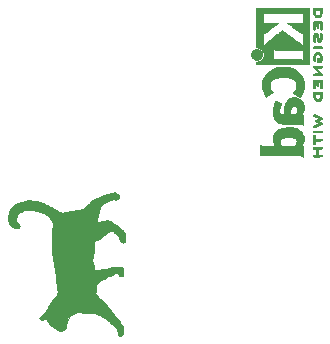
<source format=gbo>
G04 #@! TF.GenerationSoftware,KiCad,Pcbnew,(5.99.0-539-g3370e8996)*
G04 #@! TF.CreationDate,2019-12-19T02:59:25-05:00*
G04 #@! TF.ProjectId,sara_r410m_02b_module_board,73617261-5f72-4343-9130-6d5f3032625f,rev?*
G04 #@! TF.SameCoordinates,Original*
G04 #@! TF.FileFunction,Legend,Bot*
G04 #@! TF.FilePolarity,Positive*
%FSLAX46Y46*%
G04 Gerber Fmt 4.6, Leading zero omitted, Abs format (unit mm)*
G04 Created by KiCad (PCBNEW (5.99.0-539-g3370e8996)) date 2019-12-19 02:59:25*
%MOMM*%
%LPD*%
G04 APERTURE LIST*
%ADD10C,0.010000*%
G04 APERTURE END LIST*
G36*
X164043011Y-81223941D02*
G01*
X164190216Y-81223638D01*
X164354349Y-81223452D01*
X164536352Y-81223358D01*
X164737165Y-81223329D01*
X164957732Y-81223339D01*
X165198992Y-81223364D01*
X165461889Y-81223378D01*
X165504040Y-81223378D01*
X165764668Y-81223354D01*
X166003796Y-81223315D01*
X166222360Y-81223292D01*
X166421295Y-81223313D01*
X166601535Y-81223407D01*
X166764015Y-81223605D01*
X166909670Y-81223937D01*
X167039434Y-81224431D01*
X167154243Y-81225117D01*
X167255030Y-81226024D01*
X167342730Y-81227183D01*
X167418279Y-81228622D01*
X167482611Y-81230371D01*
X167536661Y-81232460D01*
X167581363Y-81234917D01*
X167617652Y-81237773D01*
X167646463Y-81241057D01*
X167668731Y-81244798D01*
X167685390Y-81249026D01*
X167697375Y-81253771D01*
X167705621Y-81259061D01*
X167711062Y-81264927D01*
X167714634Y-81271398D01*
X167717270Y-81278503D01*
X167719906Y-81286272D01*
X167723477Y-81294734D01*
X167725145Y-81299092D01*
X167727111Y-81307605D01*
X167728911Y-81320306D01*
X167730555Y-81338115D01*
X167732047Y-81361951D01*
X167733397Y-81392734D01*
X167734611Y-81431383D01*
X167735697Y-81478818D01*
X167736661Y-81535957D01*
X167737511Y-81603721D01*
X167738253Y-81683029D01*
X167738897Y-81774801D01*
X167739447Y-81879956D01*
X167739913Y-81999413D01*
X167740300Y-82134092D01*
X167740616Y-82284912D01*
X167740869Y-82452794D01*
X167741066Y-82638655D01*
X167741213Y-82843417D01*
X167741318Y-83067998D01*
X167741389Y-83313318D01*
X167741432Y-83580296D01*
X167741437Y-83618679D01*
X167741480Y-83884078D01*
X167741525Y-84127950D01*
X167741548Y-84351217D01*
X167741524Y-84554804D01*
X167741430Y-84739633D01*
X167741243Y-84906627D01*
X167740939Y-85056710D01*
X167740494Y-85190804D01*
X167739885Y-85309834D01*
X167739089Y-85414721D01*
X167738080Y-85506390D01*
X167736837Y-85585763D01*
X167735335Y-85653763D01*
X167733551Y-85711314D01*
X167731461Y-85759338D01*
X167729042Y-85798760D01*
X167726270Y-85830501D01*
X167723121Y-85855486D01*
X167719572Y-85874636D01*
X167715598Y-85888877D01*
X167711178Y-85899129D01*
X167706286Y-85906318D01*
X167700900Y-85911365D01*
X167694996Y-85915195D01*
X167688549Y-85918729D01*
X167681537Y-85922892D01*
X167679687Y-85923975D01*
X167674180Y-85926187D01*
X167665868Y-85928214D01*
X167653809Y-85930062D01*
X167637063Y-85931739D01*
X167614687Y-85933255D01*
X167585740Y-85934617D01*
X167549280Y-85935833D01*
X167504367Y-85936911D01*
X167450057Y-85937860D01*
X167385410Y-85938688D01*
X167309484Y-85939403D01*
X167221338Y-85940013D01*
X167120029Y-85940526D01*
X167004617Y-85940950D01*
X166874160Y-85941294D01*
X166727716Y-85941566D01*
X166564344Y-85941773D01*
X166383101Y-85941924D01*
X166183048Y-85942028D01*
X165963241Y-85942092D01*
X165722739Y-85942124D01*
X165460602Y-85942133D01*
X163269031Y-85942133D01*
X163230649Y-85903751D01*
X163206911Y-85876645D01*
X163195111Y-85849747D01*
X163192267Y-85813440D01*
X163192267Y-85761511D01*
X163280206Y-85761511D01*
X163330102Y-85759573D01*
X163440523Y-85740801D01*
X163541987Y-85703783D01*
X163633152Y-85650631D01*
X163712673Y-85583454D01*
X163779205Y-85504362D01*
X163831406Y-85415466D01*
X163867930Y-85318875D01*
X163887434Y-85216700D01*
X163888561Y-85112147D01*
X164704978Y-85112147D01*
X164704978Y-85557805D01*
X165881845Y-85560880D01*
X167058711Y-85563955D01*
X167117622Y-85590593D01*
X167142183Y-85602515D01*
X167172434Y-85619754D01*
X167189560Y-85632926D01*
X167197591Y-85640924D01*
X167212493Y-85648622D01*
X167213765Y-85644740D01*
X167215791Y-85621480D01*
X167217626Y-85579126D01*
X167219227Y-85519868D01*
X167220549Y-85445893D01*
X167221548Y-85359390D01*
X167222180Y-85262548D01*
X167222400Y-85157555D01*
X167222349Y-85088644D01*
X167222091Y-84990393D01*
X167221637Y-84900970D01*
X167221010Y-84822667D01*
X167220235Y-84757777D01*
X167219335Y-84708589D01*
X167218334Y-84677396D01*
X167217257Y-84666489D01*
X167214037Y-84667678D01*
X167196452Y-84677824D01*
X167170158Y-84694960D01*
X167157691Y-84703460D01*
X167143622Y-84712671D01*
X167129351Y-84720767D01*
X167113479Y-84727815D01*
X167094609Y-84733883D01*
X167071341Y-84739039D01*
X167042278Y-84743349D01*
X167006021Y-84746881D01*
X166961170Y-84749703D01*
X166906328Y-84751882D01*
X166840097Y-84753486D01*
X166761077Y-84754581D01*
X166667871Y-84755235D01*
X166559079Y-84755516D01*
X166433303Y-84755491D01*
X166289145Y-84755228D01*
X166125207Y-84754794D01*
X165940089Y-84754255D01*
X165761232Y-84753721D01*
X165602374Y-84753195D01*
X165463316Y-84752650D01*
X165342665Y-84752055D01*
X165239028Y-84751381D01*
X165151011Y-84750597D01*
X165077223Y-84749674D01*
X165016269Y-84748581D01*
X164966757Y-84747288D01*
X164927293Y-84745765D01*
X164896484Y-84743981D01*
X164872938Y-84741908D01*
X164855260Y-84739514D01*
X164842059Y-84736770D01*
X164831940Y-84733644D01*
X164823511Y-84730108D01*
X164815375Y-84726209D01*
X164778544Y-84706562D01*
X164748391Y-84687775D01*
X164746908Y-84686728D01*
X164724659Y-84672398D01*
X164711702Y-84666489D01*
X164711249Y-84667496D01*
X164709803Y-84684695D01*
X164708480Y-84721344D01*
X164707316Y-84775038D01*
X164706347Y-84843370D01*
X164705611Y-84923936D01*
X164705142Y-85014330D01*
X164704978Y-85112147D01*
X163888561Y-85112147D01*
X163888573Y-85111050D01*
X163870005Y-85004036D01*
X163830384Y-84897768D01*
X163772516Y-84800781D01*
X163697684Y-84715707D01*
X163609615Y-84646985D01*
X163510616Y-84596082D01*
X163402993Y-84564465D01*
X163289054Y-84553600D01*
X163192267Y-84553600D01*
X163192267Y-82933247D01*
X163192280Y-82722103D01*
X163192330Y-82517980D01*
X163192430Y-82334314D01*
X163192592Y-82170009D01*
X163192829Y-82023971D01*
X163193153Y-81895106D01*
X163193575Y-81782317D01*
X163194109Y-81684512D01*
X163194767Y-81600596D01*
X163195561Y-81529473D01*
X163195587Y-81527803D01*
X163801867Y-81527803D01*
X163801867Y-82587686D01*
X163864966Y-82549689D01*
X163890005Y-82535007D01*
X163917586Y-82520469D01*
X163945700Y-82508373D01*
X163976551Y-82498468D01*
X164012344Y-82490506D01*
X164055283Y-82484239D01*
X164107574Y-82479418D01*
X164171419Y-82475794D01*
X164249025Y-82473119D01*
X164342594Y-82471143D01*
X164454333Y-82469618D01*
X164586445Y-82468296D01*
X164706434Y-82467387D01*
X164823063Y-82466980D01*
X164918531Y-82467233D01*
X164992556Y-82468143D01*
X165044855Y-82469707D01*
X165075149Y-82471921D01*
X165083156Y-82474780D01*
X165079858Y-82477839D01*
X165058408Y-82495994D01*
X165021889Y-82525725D01*
X164972442Y-82565361D01*
X164912207Y-82613229D01*
X164843327Y-82667657D01*
X164767943Y-82726973D01*
X164688196Y-82789505D01*
X164606228Y-82853579D01*
X164524180Y-82917525D01*
X164444194Y-82979669D01*
X164368411Y-83038339D01*
X164298973Y-83091863D01*
X164238021Y-83138570D01*
X164187696Y-83176786D01*
X164150140Y-83204839D01*
X164127495Y-83221057D01*
X164055212Y-83266365D01*
X163975463Y-83306339D01*
X163907188Y-83327870D01*
X163849844Y-83331173D01*
X163801867Y-83325884D01*
X163802117Y-84457644D01*
X163832722Y-84418133D01*
X163840089Y-84408752D01*
X163894438Y-84345817D01*
X163962259Y-84277003D01*
X164045516Y-84200404D01*
X164146178Y-84114112D01*
X164166847Y-84096948D01*
X164216409Y-84056167D01*
X164277326Y-84006412D01*
X164347898Y-83949045D01*
X164426424Y-83885431D01*
X164511204Y-83816931D01*
X164600537Y-83744910D01*
X164692722Y-83670730D01*
X164711702Y-83655483D01*
X164786060Y-83595754D01*
X164878848Y-83521347D01*
X164969388Y-83448869D01*
X165055978Y-83379686D01*
X165136918Y-83315159D01*
X165210506Y-83256653D01*
X165275044Y-83205530D01*
X165328829Y-83163153D01*
X165370162Y-83130885D01*
X165397342Y-83110090D01*
X165408668Y-83102131D01*
X165412771Y-83103889D01*
X165433334Y-83116770D01*
X165469561Y-83141115D01*
X165519824Y-83175753D01*
X165582492Y-83219514D01*
X165655936Y-83271225D01*
X165738527Y-83329716D01*
X165828636Y-83393816D01*
X165924631Y-83462354D01*
X166024885Y-83534157D01*
X166127768Y-83608056D01*
X166231650Y-83682879D01*
X166334901Y-83757455D01*
X166435892Y-83830613D01*
X166532994Y-83901181D01*
X166624577Y-83967989D01*
X166709011Y-84029865D01*
X166784667Y-84085639D01*
X166849916Y-84134138D01*
X166903128Y-84174193D01*
X166942673Y-84204631D01*
X166968026Y-84225056D01*
X167022295Y-84271101D01*
X167078775Y-84321388D01*
X167128669Y-84368185D01*
X167222400Y-84459349D01*
X167222400Y-83304910D01*
X167146200Y-83305544D01*
X167104160Y-83304426D01*
X167068334Y-83298696D01*
X167030772Y-83286110D01*
X166982577Y-83264432D01*
X166975897Y-83261211D01*
X166926359Y-83235812D01*
X166878369Y-83209004D01*
X166841466Y-83186083D01*
X166834834Y-83181515D01*
X166803593Y-83159484D01*
X166758654Y-83127307D01*
X166702147Y-83086543D01*
X166636204Y-83038755D01*
X166562957Y-82985502D01*
X166484536Y-82928345D01*
X166403072Y-82868845D01*
X166320698Y-82808563D01*
X166239544Y-82749060D01*
X166161742Y-82691895D01*
X166089423Y-82638630D01*
X166024718Y-82590826D01*
X165969759Y-82550043D01*
X165926676Y-82517842D01*
X165897602Y-82495784D01*
X165884667Y-82485429D01*
X165880351Y-82480956D01*
X165878312Y-82476764D01*
X165880926Y-82473357D01*
X165889986Y-82470675D01*
X165907285Y-82468659D01*
X165934614Y-82467252D01*
X165973765Y-82466395D01*
X166026533Y-82466030D01*
X166094707Y-82466097D01*
X166180082Y-82466540D01*
X166284449Y-82467298D01*
X166409600Y-82468315D01*
X166454300Y-82468692D01*
X166575395Y-82469831D01*
X166676688Y-82471028D01*
X166760262Y-82472364D01*
X166828204Y-82473923D01*
X166882599Y-82475785D01*
X166925532Y-82478034D01*
X166959089Y-82480752D01*
X166985355Y-82484021D01*
X167006416Y-82487922D01*
X167024357Y-82492539D01*
X167050770Y-82500808D01*
X167112772Y-82524417D01*
X167165573Y-82550315D01*
X167202645Y-82575465D01*
X167204075Y-82576661D01*
X167208424Y-82578832D01*
X167212026Y-82576672D01*
X167214951Y-82568356D01*
X167217269Y-82552060D01*
X167219051Y-82525959D01*
X167220367Y-82488229D01*
X167221286Y-82437044D01*
X167221878Y-82370580D01*
X167222215Y-82287013D01*
X167222365Y-82184517D01*
X167222400Y-82061268D01*
X167222400Y-81529704D01*
X167164783Y-81568477D01*
X167155893Y-81574568D01*
X167141069Y-81585024D01*
X167127422Y-81594421D01*
X167113765Y-81602817D01*
X167098911Y-81610267D01*
X167081670Y-81616827D01*
X167060855Y-81622554D01*
X167035280Y-81627505D01*
X167003755Y-81631734D01*
X166965093Y-81635299D01*
X166918107Y-81638256D01*
X166861608Y-81640660D01*
X166794409Y-81642569D01*
X166715322Y-81644038D01*
X166623160Y-81645124D01*
X166516734Y-81645882D01*
X166394857Y-81646370D01*
X166256341Y-81646642D01*
X166099999Y-81646757D01*
X165924642Y-81646769D01*
X165729082Y-81646735D01*
X165512133Y-81646711D01*
X165389513Y-81646720D01*
X165184447Y-81646757D01*
X165000116Y-81646773D01*
X164835334Y-81646712D01*
X164688916Y-81646516D01*
X164559674Y-81646130D01*
X164446422Y-81645495D01*
X164347975Y-81644556D01*
X164263144Y-81643255D01*
X164190744Y-81641536D01*
X164129589Y-81639341D01*
X164078492Y-81636615D01*
X164036267Y-81633299D01*
X164001727Y-81629338D01*
X163973686Y-81624675D01*
X163950958Y-81619253D01*
X163932356Y-81613014D01*
X163916693Y-81605903D01*
X163902784Y-81597862D01*
X163889441Y-81588834D01*
X163875479Y-81578764D01*
X163859711Y-81567593D01*
X163801867Y-81527803D01*
X163195587Y-81527803D01*
X163196504Y-81470050D01*
X163197608Y-81421232D01*
X163198884Y-81381923D01*
X163200347Y-81351031D01*
X163202007Y-81327459D01*
X163203878Y-81310114D01*
X163205972Y-81297901D01*
X163208300Y-81289725D01*
X163210876Y-81284492D01*
X163214445Y-81278496D01*
X163217978Y-81271721D01*
X163221488Y-81265522D01*
X163225918Y-81259874D01*
X163232208Y-81254753D01*
X163241301Y-81250131D01*
X163254139Y-81245985D01*
X163271662Y-81242287D01*
X163294813Y-81239013D01*
X163324534Y-81236137D01*
X163361765Y-81233633D01*
X163407449Y-81231476D01*
X163462527Y-81229640D01*
X163527941Y-81228100D01*
X163604633Y-81226830D01*
X163693544Y-81225805D01*
X163795617Y-81224999D01*
X163801867Y-81224966D01*
X163911792Y-81224386D01*
X164043011Y-81223941D01*
G37*
D10*
X164043011Y-81223941D02*
X164190216Y-81223638D01*
X164354349Y-81223452D01*
X164536352Y-81223358D01*
X164737165Y-81223329D01*
X164957732Y-81223339D01*
X165198992Y-81223364D01*
X165461889Y-81223378D01*
X165504040Y-81223378D01*
X165764668Y-81223354D01*
X166003796Y-81223315D01*
X166222360Y-81223292D01*
X166421295Y-81223313D01*
X166601535Y-81223407D01*
X166764015Y-81223605D01*
X166909670Y-81223937D01*
X167039434Y-81224431D01*
X167154243Y-81225117D01*
X167255030Y-81226024D01*
X167342730Y-81227183D01*
X167418279Y-81228622D01*
X167482611Y-81230371D01*
X167536661Y-81232460D01*
X167581363Y-81234917D01*
X167617652Y-81237773D01*
X167646463Y-81241057D01*
X167668731Y-81244798D01*
X167685390Y-81249026D01*
X167697375Y-81253771D01*
X167705621Y-81259061D01*
X167711062Y-81264927D01*
X167714634Y-81271398D01*
X167717270Y-81278503D01*
X167719906Y-81286272D01*
X167723477Y-81294734D01*
X167725145Y-81299092D01*
X167727111Y-81307605D01*
X167728911Y-81320306D01*
X167730555Y-81338115D01*
X167732047Y-81361951D01*
X167733397Y-81392734D01*
X167734611Y-81431383D01*
X167735697Y-81478818D01*
X167736661Y-81535957D01*
X167737511Y-81603721D01*
X167738253Y-81683029D01*
X167738897Y-81774801D01*
X167739447Y-81879956D01*
X167739913Y-81999413D01*
X167740300Y-82134092D01*
X167740616Y-82284912D01*
X167740869Y-82452794D01*
X167741066Y-82638655D01*
X167741213Y-82843417D01*
X167741318Y-83067998D01*
X167741389Y-83313318D01*
X167741432Y-83580296D01*
X167741437Y-83618679D01*
X167741480Y-83884078D01*
X167741525Y-84127950D01*
X167741548Y-84351217D01*
X167741524Y-84554804D01*
X167741430Y-84739633D01*
X167741243Y-84906627D01*
X167740939Y-85056710D01*
X167740494Y-85190804D01*
X167739885Y-85309834D01*
X167739089Y-85414721D01*
X167738080Y-85506390D01*
X167736837Y-85585763D01*
X167735335Y-85653763D01*
X167733551Y-85711314D01*
X167731461Y-85759338D01*
X167729042Y-85798760D01*
X167726270Y-85830501D01*
X167723121Y-85855486D01*
X167719572Y-85874636D01*
X167715598Y-85888877D01*
X167711178Y-85899129D01*
X167706286Y-85906318D01*
X167700900Y-85911365D01*
X167694996Y-85915195D01*
X167688549Y-85918729D01*
X167681537Y-85922892D01*
X167679687Y-85923975D01*
X167674180Y-85926187D01*
X167665868Y-85928214D01*
X167653809Y-85930062D01*
X167637063Y-85931739D01*
X167614687Y-85933255D01*
X167585740Y-85934617D01*
X167549280Y-85935833D01*
X167504367Y-85936911D01*
X167450057Y-85937860D01*
X167385410Y-85938688D01*
X167309484Y-85939403D01*
X167221338Y-85940013D01*
X167120029Y-85940526D01*
X167004617Y-85940950D01*
X166874160Y-85941294D01*
X166727716Y-85941566D01*
X166564344Y-85941773D01*
X166383101Y-85941924D01*
X166183048Y-85942028D01*
X165963241Y-85942092D01*
X165722739Y-85942124D01*
X165460602Y-85942133D01*
X163269031Y-85942133D01*
X163230649Y-85903751D01*
X163206911Y-85876645D01*
X163195111Y-85849747D01*
X163192267Y-85813440D01*
X163192267Y-85761511D01*
X163280206Y-85761511D01*
X163330102Y-85759573D01*
X163440523Y-85740801D01*
X163541987Y-85703783D01*
X163633152Y-85650631D01*
X163712673Y-85583454D01*
X163779205Y-85504362D01*
X163831406Y-85415466D01*
X163867930Y-85318875D01*
X163887434Y-85216700D01*
X163888561Y-85112147D01*
X164704978Y-85112147D01*
X164704978Y-85557805D01*
X165881845Y-85560880D01*
X167058711Y-85563955D01*
X167117622Y-85590593D01*
X167142183Y-85602515D01*
X167172434Y-85619754D01*
X167189560Y-85632926D01*
X167197591Y-85640924D01*
X167212493Y-85648622D01*
X167213765Y-85644740D01*
X167215791Y-85621480D01*
X167217626Y-85579126D01*
X167219227Y-85519868D01*
X167220549Y-85445893D01*
X167221548Y-85359390D01*
X167222180Y-85262548D01*
X167222400Y-85157555D01*
X167222349Y-85088644D01*
X167222091Y-84990393D01*
X167221637Y-84900970D01*
X167221010Y-84822667D01*
X167220235Y-84757777D01*
X167219335Y-84708589D01*
X167218334Y-84677396D01*
X167217257Y-84666489D01*
X167214037Y-84667678D01*
X167196452Y-84677824D01*
X167170158Y-84694960D01*
X167157691Y-84703460D01*
X167143622Y-84712671D01*
X167129351Y-84720767D01*
X167113479Y-84727815D01*
X167094609Y-84733883D01*
X167071341Y-84739039D01*
X167042278Y-84743349D01*
X167006021Y-84746881D01*
X166961170Y-84749703D01*
X166906328Y-84751882D01*
X166840097Y-84753486D01*
X166761077Y-84754581D01*
X166667871Y-84755235D01*
X166559079Y-84755516D01*
X166433303Y-84755491D01*
X166289145Y-84755228D01*
X166125207Y-84754794D01*
X165940089Y-84754255D01*
X165761232Y-84753721D01*
X165602374Y-84753195D01*
X165463316Y-84752650D01*
X165342665Y-84752055D01*
X165239028Y-84751381D01*
X165151011Y-84750597D01*
X165077223Y-84749674D01*
X165016269Y-84748581D01*
X164966757Y-84747288D01*
X164927293Y-84745765D01*
X164896484Y-84743981D01*
X164872938Y-84741908D01*
X164855260Y-84739514D01*
X164842059Y-84736770D01*
X164831940Y-84733644D01*
X164823511Y-84730108D01*
X164815375Y-84726209D01*
X164778544Y-84706562D01*
X164748391Y-84687775D01*
X164746908Y-84686728D01*
X164724659Y-84672398D01*
X164711702Y-84666489D01*
X164711249Y-84667496D01*
X164709803Y-84684695D01*
X164708480Y-84721344D01*
X164707316Y-84775038D01*
X164706347Y-84843370D01*
X164705611Y-84923936D01*
X164705142Y-85014330D01*
X164704978Y-85112147D01*
X163888561Y-85112147D01*
X163888573Y-85111050D01*
X163870005Y-85004036D01*
X163830384Y-84897768D01*
X163772516Y-84800781D01*
X163697684Y-84715707D01*
X163609615Y-84646985D01*
X163510616Y-84596082D01*
X163402993Y-84564465D01*
X163289054Y-84553600D01*
X163192267Y-84553600D01*
X163192267Y-82933247D01*
X163192280Y-82722103D01*
X163192330Y-82517980D01*
X163192430Y-82334314D01*
X163192592Y-82170009D01*
X163192829Y-82023971D01*
X163193153Y-81895106D01*
X163193575Y-81782317D01*
X163194109Y-81684512D01*
X163194767Y-81600596D01*
X163195561Y-81529473D01*
X163195587Y-81527803D01*
X163801867Y-81527803D01*
X163801867Y-82587686D01*
X163864966Y-82549689D01*
X163890005Y-82535007D01*
X163917586Y-82520469D01*
X163945700Y-82508373D01*
X163976551Y-82498468D01*
X164012344Y-82490506D01*
X164055283Y-82484239D01*
X164107574Y-82479418D01*
X164171419Y-82475794D01*
X164249025Y-82473119D01*
X164342594Y-82471143D01*
X164454333Y-82469618D01*
X164586445Y-82468296D01*
X164706434Y-82467387D01*
X164823063Y-82466980D01*
X164918531Y-82467233D01*
X164992556Y-82468143D01*
X165044855Y-82469707D01*
X165075149Y-82471921D01*
X165083156Y-82474780D01*
X165079858Y-82477839D01*
X165058408Y-82495994D01*
X165021889Y-82525725D01*
X164972442Y-82565361D01*
X164912207Y-82613229D01*
X164843327Y-82667657D01*
X164767943Y-82726973D01*
X164688196Y-82789505D01*
X164606228Y-82853579D01*
X164524180Y-82917525D01*
X164444194Y-82979669D01*
X164368411Y-83038339D01*
X164298973Y-83091863D01*
X164238021Y-83138570D01*
X164187696Y-83176786D01*
X164150140Y-83204839D01*
X164127495Y-83221057D01*
X164055212Y-83266365D01*
X163975463Y-83306339D01*
X163907188Y-83327870D01*
X163849844Y-83331173D01*
X163801867Y-83325884D01*
X163802117Y-84457644D01*
X163832722Y-84418133D01*
X163840089Y-84408752D01*
X163894438Y-84345817D01*
X163962259Y-84277003D01*
X164045516Y-84200404D01*
X164146178Y-84114112D01*
X164166847Y-84096948D01*
X164216409Y-84056167D01*
X164277326Y-84006412D01*
X164347898Y-83949045D01*
X164426424Y-83885431D01*
X164511204Y-83816931D01*
X164600537Y-83744910D01*
X164692722Y-83670730D01*
X164711702Y-83655483D01*
X164786060Y-83595754D01*
X164878848Y-83521347D01*
X164969388Y-83448869D01*
X165055978Y-83379686D01*
X165136918Y-83315159D01*
X165210506Y-83256653D01*
X165275044Y-83205530D01*
X165328829Y-83163153D01*
X165370162Y-83130885D01*
X165397342Y-83110090D01*
X165408668Y-83102131D01*
X165412771Y-83103889D01*
X165433334Y-83116770D01*
X165469561Y-83141115D01*
X165519824Y-83175753D01*
X165582492Y-83219514D01*
X165655936Y-83271225D01*
X165738527Y-83329716D01*
X165828636Y-83393816D01*
X165924631Y-83462354D01*
X166024885Y-83534157D01*
X166127768Y-83608056D01*
X166231650Y-83682879D01*
X166334901Y-83757455D01*
X166435892Y-83830613D01*
X166532994Y-83901181D01*
X166624577Y-83967989D01*
X166709011Y-84029865D01*
X166784667Y-84085639D01*
X166849916Y-84134138D01*
X166903128Y-84174193D01*
X166942673Y-84204631D01*
X166968026Y-84225056D01*
X167022295Y-84271101D01*
X167078775Y-84321388D01*
X167128669Y-84368185D01*
X167222400Y-84459349D01*
X167222400Y-83304910D01*
X167146200Y-83305544D01*
X167104160Y-83304426D01*
X167068334Y-83298696D01*
X167030772Y-83286110D01*
X166982577Y-83264432D01*
X166975897Y-83261211D01*
X166926359Y-83235812D01*
X166878369Y-83209004D01*
X166841466Y-83186083D01*
X166834834Y-83181515D01*
X166803593Y-83159484D01*
X166758654Y-83127307D01*
X166702147Y-83086543D01*
X166636204Y-83038755D01*
X166562957Y-82985502D01*
X166484536Y-82928345D01*
X166403072Y-82868845D01*
X166320698Y-82808563D01*
X166239544Y-82749060D01*
X166161742Y-82691895D01*
X166089423Y-82638630D01*
X166024718Y-82590826D01*
X165969759Y-82550043D01*
X165926676Y-82517842D01*
X165897602Y-82495784D01*
X165884667Y-82485429D01*
X165880351Y-82480956D01*
X165878312Y-82476764D01*
X165880926Y-82473357D01*
X165889986Y-82470675D01*
X165907285Y-82468659D01*
X165934614Y-82467252D01*
X165973765Y-82466395D01*
X166026533Y-82466030D01*
X166094707Y-82466097D01*
X166180082Y-82466540D01*
X166284449Y-82467298D01*
X166409600Y-82468315D01*
X166454300Y-82468692D01*
X166575395Y-82469831D01*
X166676688Y-82471028D01*
X166760262Y-82472364D01*
X166828204Y-82473923D01*
X166882599Y-82475785D01*
X166925532Y-82478034D01*
X166959089Y-82480752D01*
X166985355Y-82484021D01*
X167006416Y-82487922D01*
X167024357Y-82492539D01*
X167050770Y-82500808D01*
X167112772Y-82524417D01*
X167165573Y-82550315D01*
X167202645Y-82575465D01*
X167204075Y-82576661D01*
X167208424Y-82578832D01*
X167212026Y-82576672D01*
X167214951Y-82568356D01*
X167217269Y-82552060D01*
X167219051Y-82525959D01*
X167220367Y-82488229D01*
X167221286Y-82437044D01*
X167221878Y-82370580D01*
X167222215Y-82287013D01*
X167222365Y-82184517D01*
X167222400Y-82061268D01*
X167222400Y-81529704D01*
X167164783Y-81568477D01*
X167155893Y-81574568D01*
X167141069Y-81585024D01*
X167127422Y-81594421D01*
X167113765Y-81602817D01*
X167098911Y-81610267D01*
X167081670Y-81616827D01*
X167060855Y-81622554D01*
X167035280Y-81627505D01*
X167003755Y-81631734D01*
X166965093Y-81635299D01*
X166918107Y-81638256D01*
X166861608Y-81640660D01*
X166794409Y-81642569D01*
X166715322Y-81644038D01*
X166623160Y-81645124D01*
X166516734Y-81645882D01*
X166394857Y-81646370D01*
X166256341Y-81646642D01*
X166099999Y-81646757D01*
X165924642Y-81646769D01*
X165729082Y-81646735D01*
X165512133Y-81646711D01*
X165389513Y-81646720D01*
X165184447Y-81646757D01*
X165000116Y-81646773D01*
X164835334Y-81646712D01*
X164688916Y-81646516D01*
X164559674Y-81646130D01*
X164446422Y-81645495D01*
X164347975Y-81644556D01*
X164263144Y-81643255D01*
X164190744Y-81641536D01*
X164129589Y-81639341D01*
X164078492Y-81636615D01*
X164036267Y-81633299D01*
X164001727Y-81629338D01*
X163973686Y-81624675D01*
X163950958Y-81619253D01*
X163932356Y-81613014D01*
X163916693Y-81605903D01*
X163902784Y-81597862D01*
X163889441Y-81588834D01*
X163875479Y-81578764D01*
X163859711Y-81567593D01*
X163801867Y-81527803D01*
X163195587Y-81527803D01*
X163196504Y-81470050D01*
X163197608Y-81421232D01*
X163198884Y-81381923D01*
X163200347Y-81351031D01*
X163202007Y-81327459D01*
X163203878Y-81310114D01*
X163205972Y-81297901D01*
X163208300Y-81289725D01*
X163210876Y-81284492D01*
X163214445Y-81278496D01*
X163217978Y-81271721D01*
X163221488Y-81265522D01*
X163225918Y-81259874D01*
X163232208Y-81254753D01*
X163241301Y-81250131D01*
X163254139Y-81245985D01*
X163271662Y-81242287D01*
X163294813Y-81239013D01*
X163324534Y-81236137D01*
X163361765Y-81233633D01*
X163407449Y-81231476D01*
X163462527Y-81229640D01*
X163527941Y-81228100D01*
X163604633Y-81226830D01*
X163693544Y-81225805D01*
X163795617Y-81224999D01*
X163801867Y-81224966D01*
X163911792Y-81224386D01*
X164043011Y-81223941D01*
G36*
X165621325Y-86182449D02*
G01*
X165822581Y-86199209D01*
X166017128Y-86232708D01*
X166200756Y-86282956D01*
X166318053Y-86326810D01*
X166480951Y-86404652D01*
X166634866Y-86498172D01*
X166776671Y-86605178D01*
X166903239Y-86723481D01*
X167011441Y-86850889D01*
X167064120Y-86928394D01*
X167133750Y-87055275D01*
X167192468Y-87192757D01*
X167237587Y-87334284D01*
X167266422Y-87473298D01*
X167268106Y-87487403D01*
X167271434Y-87530847D01*
X167274275Y-87588277D01*
X167276373Y-87653878D01*
X167277468Y-87721833D01*
X167275140Y-87848622D01*
X167262136Y-87996327D01*
X167237133Y-88134221D01*
X167199318Y-88267986D01*
X167190889Y-88291438D01*
X167171408Y-88339388D01*
X167146473Y-88395860D01*
X167117722Y-88457621D01*
X167086790Y-88521437D01*
X167055315Y-88584074D01*
X167024934Y-88642297D01*
X166997283Y-88692873D01*
X166973999Y-88732567D01*
X166956718Y-88758146D01*
X166947079Y-88766375D01*
X166943984Y-88764924D01*
X166924079Y-88753750D01*
X166888420Y-88732866D01*
X166839459Y-88703735D01*
X166779646Y-88667819D01*
X166711433Y-88626580D01*
X166637271Y-88581483D01*
X166340008Y-88400215D01*
X166384539Y-88353685D01*
X166462865Y-88262277D01*
X166537439Y-88148666D01*
X166591474Y-88030878D01*
X166624290Y-87910441D01*
X166635211Y-87788883D01*
X166633868Y-87747415D01*
X166615612Y-87629920D01*
X166576617Y-87519911D01*
X166517670Y-87418570D01*
X166439557Y-87327079D01*
X166343064Y-87246620D01*
X166228978Y-87178373D01*
X166194724Y-87162092D01*
X166071240Y-87116018D01*
X165932918Y-87080894D01*
X165783561Y-87056803D01*
X165626973Y-87043827D01*
X165466956Y-87042051D01*
X165307314Y-87051557D01*
X165151850Y-87072428D01*
X165004366Y-87104748D01*
X164868667Y-87148601D01*
X164782076Y-87186018D01*
X164668688Y-87250815D01*
X164575070Y-87326228D01*
X164500959Y-87412582D01*
X164446094Y-87510205D01*
X164410212Y-87619423D01*
X164393051Y-87740561D01*
X164391880Y-87809962D01*
X164406141Y-87932832D01*
X164441241Y-88048336D01*
X164496682Y-88155047D01*
X164571964Y-88251536D01*
X164586440Y-88267280D01*
X164612962Y-88297850D01*
X164630138Y-88320191D01*
X164634787Y-88330309D01*
X164632597Y-88332294D01*
X164613721Y-88346759D01*
X164580397Y-88370600D01*
X164535380Y-88401971D01*
X164481425Y-88439026D01*
X164421285Y-88479917D01*
X164357718Y-88522798D01*
X164293476Y-88565822D01*
X164231315Y-88607143D01*
X164173991Y-88644914D01*
X164124257Y-88677288D01*
X164084868Y-88702418D01*
X164058580Y-88718458D01*
X164048147Y-88723561D01*
X164043941Y-88718950D01*
X164038933Y-88699733D01*
X164036386Y-88690162D01*
X164025249Y-88662191D01*
X164006802Y-88620552D01*
X163982725Y-88569005D01*
X163954699Y-88511310D01*
X163949154Y-88500043D01*
X163869889Y-88322313D01*
X163810385Y-88152510D01*
X163770245Y-87988570D01*
X163749071Y-87828429D01*
X163746466Y-87670023D01*
X163762033Y-87511289D01*
X163779523Y-87415732D01*
X163824564Y-87251442D01*
X163887656Y-87097411D01*
X163969915Y-86951491D01*
X164072457Y-86811534D01*
X164196399Y-86675392D01*
X164241661Y-86631527D01*
X164373865Y-86519242D01*
X164511832Y-86426028D01*
X164659750Y-86349281D01*
X164821803Y-86286397D01*
X164833391Y-86282580D01*
X165019392Y-86232493D01*
X165215521Y-86199101D01*
X165417568Y-86182416D01*
X165621325Y-86182449D01*
G37*
X165621325Y-86182449D02*
X165822581Y-86199209D01*
X166017128Y-86232708D01*
X166200756Y-86282956D01*
X166318053Y-86326810D01*
X166480951Y-86404652D01*
X166634866Y-86498172D01*
X166776671Y-86605178D01*
X166903239Y-86723481D01*
X167011441Y-86850889D01*
X167064120Y-86928394D01*
X167133750Y-87055275D01*
X167192468Y-87192757D01*
X167237587Y-87334284D01*
X167266422Y-87473298D01*
X167268106Y-87487403D01*
X167271434Y-87530847D01*
X167274275Y-87588277D01*
X167276373Y-87653878D01*
X167277468Y-87721833D01*
X167275140Y-87848622D01*
X167262136Y-87996327D01*
X167237133Y-88134221D01*
X167199318Y-88267986D01*
X167190889Y-88291438D01*
X167171408Y-88339388D01*
X167146473Y-88395860D01*
X167117722Y-88457621D01*
X167086790Y-88521437D01*
X167055315Y-88584074D01*
X167024934Y-88642297D01*
X166997283Y-88692873D01*
X166973999Y-88732567D01*
X166956718Y-88758146D01*
X166947079Y-88766375D01*
X166943984Y-88764924D01*
X166924079Y-88753750D01*
X166888420Y-88732866D01*
X166839459Y-88703735D01*
X166779646Y-88667819D01*
X166711433Y-88626580D01*
X166637271Y-88581483D01*
X166340008Y-88400215D01*
X166384539Y-88353685D01*
X166462865Y-88262277D01*
X166537439Y-88148666D01*
X166591474Y-88030878D01*
X166624290Y-87910441D01*
X166635211Y-87788883D01*
X166633868Y-87747415D01*
X166615612Y-87629920D01*
X166576617Y-87519911D01*
X166517670Y-87418570D01*
X166439557Y-87327079D01*
X166343064Y-87246620D01*
X166228978Y-87178373D01*
X166194724Y-87162092D01*
X166071240Y-87116018D01*
X165932918Y-87080894D01*
X165783561Y-87056803D01*
X165626973Y-87043827D01*
X165466956Y-87042051D01*
X165307314Y-87051557D01*
X165151850Y-87072428D01*
X165004366Y-87104748D01*
X164868667Y-87148601D01*
X164782076Y-87186018D01*
X164668688Y-87250815D01*
X164575070Y-87326228D01*
X164500959Y-87412582D01*
X164446094Y-87510205D01*
X164410212Y-87619423D01*
X164393051Y-87740561D01*
X164391880Y-87809962D01*
X164406141Y-87932832D01*
X164441241Y-88048336D01*
X164496682Y-88155047D01*
X164571964Y-88251536D01*
X164586440Y-88267280D01*
X164612962Y-88297850D01*
X164630138Y-88320191D01*
X164634787Y-88330309D01*
X164632597Y-88332294D01*
X164613721Y-88346759D01*
X164580397Y-88370600D01*
X164535380Y-88401971D01*
X164481425Y-88439026D01*
X164421285Y-88479917D01*
X164357718Y-88522798D01*
X164293476Y-88565822D01*
X164231315Y-88607143D01*
X164173991Y-88644914D01*
X164124257Y-88677288D01*
X164084868Y-88702418D01*
X164058580Y-88718458D01*
X164048147Y-88723561D01*
X164043941Y-88718950D01*
X164038933Y-88699733D01*
X164036386Y-88690162D01*
X164025249Y-88662191D01*
X164006802Y-88620552D01*
X163982725Y-88569005D01*
X163954699Y-88511310D01*
X163949154Y-88500043D01*
X163869889Y-88322313D01*
X163810385Y-88152510D01*
X163770245Y-87988570D01*
X163749071Y-87828429D01*
X163746466Y-87670023D01*
X163762033Y-87511289D01*
X163779523Y-87415732D01*
X163824564Y-87251442D01*
X163887656Y-87097411D01*
X163969915Y-86951491D01*
X164072457Y-86811534D01*
X164196399Y-86675392D01*
X164241661Y-86631527D01*
X164373865Y-86519242D01*
X164511832Y-86426028D01*
X164659750Y-86349281D01*
X164821803Y-86286397D01*
X164833391Y-86282580D01*
X165019392Y-86232493D01*
X165215521Y-86199101D01*
X165417568Y-86182416D01*
X165621325Y-86182449D01*
G36*
X166477363Y-88772739D02*
G01*
X166552202Y-88776368D01*
X166614401Y-88783978D01*
X166670984Y-88796312D01*
X166797076Y-88840687D01*
X166911679Y-88903600D01*
X167012568Y-88983762D01*
X167098924Y-89080260D01*
X167169932Y-89192178D01*
X167224776Y-89318603D01*
X167262638Y-89458622D01*
X167268351Y-89494851D01*
X167274313Y-89573845D01*
X167274646Y-89662159D01*
X167269659Y-89751925D01*
X167259666Y-89835278D01*
X167244978Y-89904349D01*
X167214749Y-89990813D01*
X167160057Y-90100714D01*
X167092543Y-90198044D01*
X167041556Y-90260133D01*
X167137622Y-90263395D01*
X167233689Y-90266657D01*
X167233689Y-90689550D01*
X167233686Y-90700457D01*
X167233380Y-90794944D01*
X167232616Y-90881669D01*
X167231451Y-90958163D01*
X167229942Y-91021957D01*
X167228147Y-91070582D01*
X167226121Y-91101567D01*
X167223922Y-91112444D01*
X167223463Y-91112422D01*
X167207910Y-91105386D01*
X167185071Y-91089566D01*
X167179638Y-91085266D01*
X167165606Y-91074223D01*
X167152186Y-91064689D01*
X167137722Y-91056539D01*
X167120556Y-91049648D01*
X167099034Y-91043889D01*
X167071498Y-91039138D01*
X167036292Y-91035269D01*
X166991760Y-91032156D01*
X166936246Y-91029675D01*
X166868093Y-91027700D01*
X166785645Y-91026106D01*
X166687246Y-91024766D01*
X166571239Y-91023556D01*
X166435968Y-91022351D01*
X166279778Y-91021025D01*
X166137012Y-91019772D01*
X165991942Y-91018349D01*
X165866027Y-91016824D01*
X165757436Y-91015067D01*
X165664334Y-91012949D01*
X165584891Y-91010340D01*
X165517273Y-91007110D01*
X165459649Y-91003131D01*
X165410185Y-90998272D01*
X165367050Y-90992403D01*
X165328410Y-90985396D01*
X165292434Y-90977120D01*
X165257289Y-90967446D01*
X165221142Y-90956244D01*
X165182161Y-90943384D01*
X165139091Y-90927910D01*
X165046871Y-90885006D01*
X164967099Y-90831265D01*
X164892965Y-90762424D01*
X164829405Y-90684815D01*
X164767725Y-90580239D01*
X164720202Y-90460756D01*
X164686567Y-90325492D01*
X164666552Y-90173574D01*
X164659889Y-90004128D01*
X164660287Y-89946110D01*
X164662335Y-89880602D01*
X164666704Y-89819307D01*
X164674035Y-89757903D01*
X164684969Y-89692068D01*
X164700147Y-89617480D01*
X164720209Y-89529816D01*
X164745797Y-89424755D01*
X164752820Y-89396194D01*
X164770776Y-89320946D01*
X164786820Y-89250612D01*
X164800028Y-89189433D01*
X164809474Y-89141646D01*
X164814231Y-89111489D01*
X164817910Y-89083217D01*
X164823187Y-89056940D01*
X164827942Y-89046941D01*
X164836781Y-89050048D01*
X164864072Y-89060806D01*
X164906906Y-89078136D01*
X164962425Y-89100874D01*
X165027772Y-89127853D01*
X165100089Y-89157910D01*
X165115879Y-89164507D01*
X165206484Y-89203093D01*
X165276217Y-89234232D01*
X165325405Y-89258083D01*
X165354374Y-89274802D01*
X165363452Y-89284546D01*
X165361405Y-89292234D01*
X165351760Y-89318585D01*
X165336190Y-89357018D01*
X165316815Y-89402178D01*
X165278814Y-89496707D01*
X165237780Y-89633520D01*
X165212612Y-89774711D01*
X165208611Y-89812686D01*
X165206447Y-89915941D01*
X165219622Y-90003048D01*
X165248756Y-90074871D01*
X165294466Y-90132269D01*
X165357372Y-90176104D01*
X165438092Y-90207238D01*
X165537245Y-90226530D01*
X165596224Y-90233950D01*
X165589445Y-90072064D01*
X165589111Y-90046106D01*
X166111842Y-90046106D01*
X166111857Y-90054993D01*
X166112655Y-90110340D01*
X166114488Y-90157264D01*
X166117111Y-90191047D01*
X166120274Y-90206972D01*
X166126741Y-90211057D01*
X166148875Y-90215428D01*
X166187988Y-90218396D01*
X166245939Y-90220086D01*
X166324586Y-90220622D01*
X166520462Y-90220622D01*
X166576973Y-90175952D01*
X166592212Y-90163215D01*
X166634844Y-90116396D01*
X166670672Y-90055745D01*
X166675850Y-90045103D01*
X166692745Y-90006324D01*
X166702909Y-89971308D01*
X166708325Y-89931278D01*
X166710978Y-89877459D01*
X166711383Y-89859352D01*
X166708540Y-89783989D01*
X166696620Y-89723257D01*
X166674037Y-89671548D01*
X166639211Y-89623254D01*
X166634798Y-89618197D01*
X166579160Y-89569728D01*
X166515333Y-89541541D01*
X166440282Y-89532248D01*
X166368693Y-89539480D01*
X166305645Y-89564204D01*
X166247758Y-89608751D01*
X166200808Y-89663681D01*
X166160961Y-89736106D01*
X166133263Y-89822660D01*
X166117096Y-89925330D01*
X166111842Y-90046106D01*
X165589111Y-90046106D01*
X165587813Y-89945505D01*
X165594194Y-89794049D01*
X165608777Y-89645604D01*
X165630882Y-89509422D01*
X165645821Y-89444755D01*
X165688741Y-89312510D01*
X165745340Y-89190238D01*
X165814017Y-89080315D01*
X165893170Y-88985117D01*
X165981196Y-88907020D01*
X166076493Y-88848401D01*
X166128864Y-88824405D01*
X166199590Y-88798768D01*
X166270812Y-88782522D01*
X166349712Y-88774178D01*
X166440282Y-88772310D01*
X166443467Y-88772245D01*
X166477363Y-88772739D01*
G37*
X166477363Y-88772739D02*
X166552202Y-88776368D01*
X166614401Y-88783978D01*
X166670984Y-88796312D01*
X166797076Y-88840687D01*
X166911679Y-88903600D01*
X167012568Y-88983762D01*
X167098924Y-89080260D01*
X167169932Y-89192178D01*
X167224776Y-89318603D01*
X167262638Y-89458622D01*
X167268351Y-89494851D01*
X167274313Y-89573845D01*
X167274646Y-89662159D01*
X167269659Y-89751925D01*
X167259666Y-89835278D01*
X167244978Y-89904349D01*
X167214749Y-89990813D01*
X167160057Y-90100714D01*
X167092543Y-90198044D01*
X167041556Y-90260133D01*
X167137622Y-90263395D01*
X167233689Y-90266657D01*
X167233689Y-90689550D01*
X167233686Y-90700457D01*
X167233380Y-90794944D01*
X167232616Y-90881669D01*
X167231451Y-90958163D01*
X167229942Y-91021957D01*
X167228147Y-91070582D01*
X167226121Y-91101567D01*
X167223922Y-91112444D01*
X167223463Y-91112422D01*
X167207910Y-91105386D01*
X167185071Y-91089566D01*
X167179638Y-91085266D01*
X167165606Y-91074223D01*
X167152186Y-91064689D01*
X167137722Y-91056539D01*
X167120556Y-91049648D01*
X167099034Y-91043889D01*
X167071498Y-91039138D01*
X167036292Y-91035269D01*
X166991760Y-91032156D01*
X166936246Y-91029675D01*
X166868093Y-91027700D01*
X166785645Y-91026106D01*
X166687246Y-91024766D01*
X166571239Y-91023556D01*
X166435968Y-91022351D01*
X166279778Y-91021025D01*
X166137012Y-91019772D01*
X165991942Y-91018349D01*
X165866027Y-91016824D01*
X165757436Y-91015067D01*
X165664334Y-91012949D01*
X165584891Y-91010340D01*
X165517273Y-91007110D01*
X165459649Y-91003131D01*
X165410185Y-90998272D01*
X165367050Y-90992403D01*
X165328410Y-90985396D01*
X165292434Y-90977120D01*
X165257289Y-90967446D01*
X165221142Y-90956244D01*
X165182161Y-90943384D01*
X165139091Y-90927910D01*
X165046871Y-90885006D01*
X164967099Y-90831265D01*
X164892965Y-90762424D01*
X164829405Y-90684815D01*
X164767725Y-90580239D01*
X164720202Y-90460756D01*
X164686567Y-90325492D01*
X164666552Y-90173574D01*
X164659889Y-90004128D01*
X164660287Y-89946110D01*
X164662335Y-89880602D01*
X164666704Y-89819307D01*
X164674035Y-89757903D01*
X164684969Y-89692068D01*
X164700147Y-89617480D01*
X164720209Y-89529816D01*
X164745797Y-89424755D01*
X164752820Y-89396194D01*
X164770776Y-89320946D01*
X164786820Y-89250612D01*
X164800028Y-89189433D01*
X164809474Y-89141646D01*
X164814231Y-89111489D01*
X164817910Y-89083217D01*
X164823187Y-89056940D01*
X164827942Y-89046941D01*
X164836781Y-89050048D01*
X164864072Y-89060806D01*
X164906906Y-89078136D01*
X164962425Y-89100874D01*
X165027772Y-89127853D01*
X165100089Y-89157910D01*
X165115879Y-89164507D01*
X165206484Y-89203093D01*
X165276217Y-89234232D01*
X165325405Y-89258083D01*
X165354374Y-89274802D01*
X165363452Y-89284546D01*
X165361405Y-89292234D01*
X165351760Y-89318585D01*
X165336190Y-89357018D01*
X165316815Y-89402178D01*
X165278814Y-89496707D01*
X165237780Y-89633520D01*
X165212612Y-89774711D01*
X165208611Y-89812686D01*
X165206447Y-89915941D01*
X165219622Y-90003048D01*
X165248756Y-90074871D01*
X165294466Y-90132269D01*
X165357372Y-90176104D01*
X165438092Y-90207238D01*
X165537245Y-90226530D01*
X165596224Y-90233950D01*
X165589445Y-90072064D01*
X165589111Y-90046106D01*
X166111842Y-90046106D01*
X166111857Y-90054993D01*
X166112655Y-90110340D01*
X166114488Y-90157264D01*
X166117111Y-90191047D01*
X166120274Y-90206972D01*
X166126741Y-90211057D01*
X166148875Y-90215428D01*
X166187988Y-90218396D01*
X166245939Y-90220086D01*
X166324586Y-90220622D01*
X166520462Y-90220622D01*
X166576973Y-90175952D01*
X166592212Y-90163215D01*
X166634844Y-90116396D01*
X166670672Y-90055745D01*
X166675850Y-90045103D01*
X166692745Y-90006324D01*
X166702909Y-89971308D01*
X166708325Y-89931278D01*
X166710978Y-89877459D01*
X166711383Y-89859352D01*
X166708540Y-89783989D01*
X166696620Y-89723257D01*
X166674037Y-89671548D01*
X166639211Y-89623254D01*
X166634798Y-89618197D01*
X166579160Y-89569728D01*
X166515333Y-89541541D01*
X166440282Y-89532248D01*
X166368693Y-89539480D01*
X166305645Y-89564204D01*
X166247758Y-89608751D01*
X166200808Y-89663681D01*
X166160961Y-89736106D01*
X166133263Y-89822660D01*
X166117096Y-89925330D01*
X166111842Y-90046106D01*
X165589111Y-90046106D01*
X165587813Y-89945505D01*
X165594194Y-89794049D01*
X165608777Y-89645604D01*
X165630882Y-89509422D01*
X165645821Y-89444755D01*
X165688741Y-89312510D01*
X165745340Y-89190238D01*
X165814017Y-89080315D01*
X165893170Y-88985117D01*
X165981196Y-88907020D01*
X166076493Y-88848401D01*
X166128864Y-88824405D01*
X166199590Y-88798768D01*
X166270812Y-88782522D01*
X166349712Y-88774178D01*
X166440282Y-88772310D01*
X166443467Y-88772245D01*
X166477363Y-88772739D01*
G36*
X166120158Y-91314732D02*
G01*
X166271594Y-91323311D01*
X166408283Y-91342167D01*
X166534276Y-91372163D01*
X166653625Y-91414164D01*
X166770381Y-91469031D01*
X166881179Y-91535833D01*
X166994739Y-91626637D01*
X167090211Y-91730292D01*
X167167073Y-91846113D01*
X167224797Y-91973414D01*
X167262858Y-92111511D01*
X167268666Y-92149207D01*
X167274396Y-92228248D01*
X167274583Y-92316371D01*
X167269539Y-92405764D01*
X167259578Y-92488616D01*
X167245012Y-92557113D01*
X167235364Y-92587965D01*
X167205123Y-92665270D01*
X167167617Y-92742321D01*
X167126614Y-92811800D01*
X167085879Y-92866385D01*
X167066505Y-92889084D01*
X167048662Y-92911799D01*
X167041778Y-92923221D01*
X167043424Y-92924463D01*
X167061205Y-92927272D01*
X167094370Y-92929224D01*
X167137733Y-92929955D01*
X167233689Y-92929955D01*
X167233689Y-93788104D01*
X167172974Y-93753839D01*
X167163868Y-93748645D01*
X167149249Y-93740285D01*
X167135173Y-93732712D01*
X167120540Y-93725888D01*
X167104249Y-93719773D01*
X167085198Y-93714327D01*
X167062286Y-93709513D01*
X167034413Y-93705292D01*
X167000478Y-93701623D01*
X166959379Y-93698469D01*
X166910015Y-93695789D01*
X166851286Y-93693546D01*
X166782090Y-93691701D01*
X166701326Y-93690213D01*
X166607894Y-93689045D01*
X166500692Y-93688156D01*
X166378620Y-93687509D01*
X166240576Y-93687064D01*
X166085459Y-93686782D01*
X165912168Y-93686625D01*
X165719603Y-93686552D01*
X165506662Y-93686526D01*
X165272245Y-93686507D01*
X163587378Y-93686311D01*
X163587378Y-92780983D01*
X163624067Y-92805415D01*
X163633647Y-92811682D01*
X163679981Y-92837792D01*
X163727102Y-92855531D01*
X163782251Y-92867092D01*
X163852667Y-92874669D01*
X163859650Y-92875161D01*
X163897641Y-92876938D01*
X163951576Y-92878556D01*
X164018703Y-92880001D01*
X164096271Y-92881260D01*
X164181528Y-92882320D01*
X164271724Y-92883171D01*
X164364107Y-92883797D01*
X164455925Y-92884188D01*
X164544427Y-92884330D01*
X164626862Y-92884210D01*
X164700479Y-92883817D01*
X164762526Y-92883138D01*
X164810251Y-92882159D01*
X164840904Y-92880868D01*
X164851733Y-92879253D01*
X164847333Y-92871043D01*
X164832362Y-92849353D01*
X164810448Y-92819986D01*
X164776236Y-92771121D01*
X164729714Y-92682875D01*
X164696046Y-92584084D01*
X164693232Y-92569557D01*
X165247465Y-92569557D01*
X165259389Y-92654681D01*
X165286040Y-92738867D01*
X165326962Y-92817392D01*
X165370530Y-92884800D01*
X166520721Y-92884800D01*
X166567089Y-92814244D01*
X166590791Y-92773583D01*
X166616639Y-92719454D01*
X166634829Y-92670311D01*
X166650551Y-92606835D01*
X166661541Y-92510669D01*
X166653365Y-92426100D01*
X166625805Y-92352781D01*
X166578642Y-92290363D01*
X166511658Y-92238498D01*
X166424633Y-92196840D01*
X166317350Y-92165038D01*
X166305009Y-92162455D01*
X166243772Y-92154000D01*
X166166692Y-92148337D01*
X166079002Y-92145424D01*
X165985934Y-92145217D01*
X165892720Y-92147670D01*
X165804594Y-92152739D01*
X165726788Y-92160381D01*
X165664533Y-92170552D01*
X165658666Y-92171833D01*
X165548121Y-92200874D01*
X165457575Y-92235390D01*
X165384953Y-92276544D01*
X165328181Y-92325501D01*
X165285184Y-92383426D01*
X165269615Y-92415380D01*
X165250722Y-92488216D01*
X165247465Y-92569557D01*
X164693232Y-92569557D01*
X164674231Y-92471490D01*
X164663265Y-92341836D01*
X164662219Y-92249330D01*
X164672014Y-92127989D01*
X164696174Y-92017901D01*
X164735785Y-91914611D01*
X164791932Y-91813662D01*
X164822883Y-91768497D01*
X164914115Y-91663089D01*
X165023106Y-91571462D01*
X165149726Y-91493668D01*
X165293845Y-91429759D01*
X165455332Y-91379786D01*
X165634059Y-91343802D01*
X165829895Y-91321857D01*
X165985934Y-91316100D01*
X166042711Y-91314006D01*
X166120158Y-91314732D01*
G37*
X166120158Y-91314732D02*
X166271594Y-91323311D01*
X166408283Y-91342167D01*
X166534276Y-91372163D01*
X166653625Y-91414164D01*
X166770381Y-91469031D01*
X166881179Y-91535833D01*
X166994739Y-91626637D01*
X167090211Y-91730292D01*
X167167073Y-91846113D01*
X167224797Y-91973414D01*
X167262858Y-92111511D01*
X167268666Y-92149207D01*
X167274396Y-92228248D01*
X167274583Y-92316371D01*
X167269539Y-92405764D01*
X167259578Y-92488616D01*
X167245012Y-92557113D01*
X167235364Y-92587965D01*
X167205123Y-92665270D01*
X167167617Y-92742321D01*
X167126614Y-92811800D01*
X167085879Y-92866385D01*
X167066505Y-92889084D01*
X167048662Y-92911799D01*
X167041778Y-92923221D01*
X167043424Y-92924463D01*
X167061205Y-92927272D01*
X167094370Y-92929224D01*
X167137733Y-92929955D01*
X167233689Y-92929955D01*
X167233689Y-93788104D01*
X167172974Y-93753839D01*
X167163868Y-93748645D01*
X167149249Y-93740285D01*
X167135173Y-93732712D01*
X167120540Y-93725888D01*
X167104249Y-93719773D01*
X167085198Y-93714327D01*
X167062286Y-93709513D01*
X167034413Y-93705292D01*
X167000478Y-93701623D01*
X166959379Y-93698469D01*
X166910015Y-93695789D01*
X166851286Y-93693546D01*
X166782090Y-93691701D01*
X166701326Y-93690213D01*
X166607894Y-93689045D01*
X166500692Y-93688156D01*
X166378620Y-93687509D01*
X166240576Y-93687064D01*
X166085459Y-93686782D01*
X165912168Y-93686625D01*
X165719603Y-93686552D01*
X165506662Y-93686526D01*
X165272245Y-93686507D01*
X163587378Y-93686311D01*
X163587378Y-92780983D01*
X163624067Y-92805415D01*
X163633647Y-92811682D01*
X163679981Y-92837792D01*
X163727102Y-92855531D01*
X163782251Y-92867092D01*
X163852667Y-92874669D01*
X163859650Y-92875161D01*
X163897641Y-92876938D01*
X163951576Y-92878556D01*
X164018703Y-92880001D01*
X164096271Y-92881260D01*
X164181528Y-92882320D01*
X164271724Y-92883171D01*
X164364107Y-92883797D01*
X164455925Y-92884188D01*
X164544427Y-92884330D01*
X164626862Y-92884210D01*
X164700479Y-92883817D01*
X164762526Y-92883138D01*
X164810251Y-92882159D01*
X164840904Y-92880868D01*
X164851733Y-92879253D01*
X164847333Y-92871043D01*
X164832362Y-92849353D01*
X164810448Y-92819986D01*
X164776236Y-92771121D01*
X164729714Y-92682875D01*
X164696046Y-92584084D01*
X164693232Y-92569557D01*
X165247465Y-92569557D01*
X165259389Y-92654681D01*
X165286040Y-92738867D01*
X165326962Y-92817392D01*
X165370530Y-92884800D01*
X166520721Y-92884800D01*
X166567089Y-92814244D01*
X166590791Y-92773583D01*
X166616639Y-92719454D01*
X166634829Y-92670311D01*
X166650551Y-92606835D01*
X166661541Y-92510669D01*
X166653365Y-92426100D01*
X166625805Y-92352781D01*
X166578642Y-92290363D01*
X166511658Y-92238498D01*
X166424633Y-92196840D01*
X166317350Y-92165038D01*
X166305009Y-92162455D01*
X166243772Y-92154000D01*
X166166692Y-92148337D01*
X166079002Y-92145424D01*
X165985934Y-92145217D01*
X165892720Y-92147670D01*
X165804594Y-92152739D01*
X165726788Y-92160381D01*
X165664533Y-92170552D01*
X165658666Y-92171833D01*
X165548121Y-92200874D01*
X165457575Y-92235390D01*
X165384953Y-92276544D01*
X165328181Y-92325501D01*
X165285184Y-92383426D01*
X165269615Y-92415380D01*
X165250722Y-92488216D01*
X165247465Y-92569557D01*
X164693232Y-92569557D01*
X164674231Y-92471490D01*
X164663265Y-92341836D01*
X164662219Y-92249330D01*
X164672014Y-92127989D01*
X164696174Y-92017901D01*
X164735785Y-91914611D01*
X164791932Y-91813662D01*
X164822883Y-91768497D01*
X164914115Y-91663089D01*
X165023106Y-91571462D01*
X165149726Y-91493668D01*
X165293845Y-91429759D01*
X165455332Y-91379786D01*
X165634059Y-91343802D01*
X165829895Y-91321857D01*
X165985934Y-91316100D01*
X166042711Y-91314006D01*
X166120158Y-91314732D01*
G36*
X163334307Y-84695331D02*
G01*
X163375450Y-84697540D01*
X163407582Y-84703106D01*
X163438122Y-84713414D01*
X163474489Y-84729852D01*
X163501728Y-84743800D01*
X163587429Y-84802335D01*
X163656617Y-84874381D01*
X163707741Y-84958053D01*
X163739250Y-85051469D01*
X163746225Y-85084566D01*
X163753094Y-85125040D01*
X163754919Y-85158001D01*
X163751947Y-85192302D01*
X163744426Y-85236800D01*
X163732002Y-85288066D01*
X163694112Y-85378566D01*
X163639836Y-85457655D01*
X163571770Y-85523472D01*
X163492511Y-85574160D01*
X163404654Y-85607860D01*
X163310795Y-85622714D01*
X163213530Y-85616864D01*
X163117220Y-85590601D01*
X163028494Y-85545582D01*
X162953419Y-85484627D01*
X162893641Y-85409816D01*
X162850809Y-85323232D01*
X162826571Y-85226957D01*
X162822576Y-85123072D01*
X162832850Y-85045438D01*
X162860053Y-84962687D01*
X162905484Y-84887594D01*
X162971302Y-84815702D01*
X163015567Y-84777154D01*
X163073961Y-84737744D01*
X163134586Y-84712554D01*
X163203865Y-84699139D01*
X163288222Y-84695052D01*
X163334307Y-84695331D01*
G37*
X163334307Y-84695331D02*
X163375450Y-84697540D01*
X163407582Y-84703106D01*
X163438122Y-84713414D01*
X163474489Y-84729852D01*
X163501728Y-84743800D01*
X163587429Y-84802335D01*
X163656617Y-84874381D01*
X163707741Y-84958053D01*
X163739250Y-85051469D01*
X163746225Y-85084566D01*
X163753094Y-85125040D01*
X163754919Y-85158001D01*
X163751947Y-85192302D01*
X163744426Y-85236800D01*
X163732002Y-85288066D01*
X163694112Y-85378566D01*
X163639836Y-85457655D01*
X163571770Y-85523472D01*
X163492511Y-85574160D01*
X163404654Y-85607860D01*
X163310795Y-85622714D01*
X163213530Y-85616864D01*
X163117220Y-85590601D01*
X163028494Y-85545582D01*
X162953419Y-85484627D01*
X162893641Y-85409816D01*
X162850809Y-85323232D01*
X162826571Y-85226957D01*
X162822576Y-85123072D01*
X162832850Y-85045438D01*
X162860053Y-84962687D01*
X162905484Y-84887594D01*
X162971302Y-84815702D01*
X163015567Y-84777154D01*
X163073961Y-84737744D01*
X163134586Y-84712554D01*
X163203865Y-84699139D01*
X163288222Y-84695052D01*
X163334307Y-84695331D01*
G36*
X168335041Y-81223130D02*
G01*
X168435956Y-81223378D01*
X168511617Y-81223417D01*
X168589526Y-81223672D01*
X168649536Y-81224316D01*
X168694264Y-81225520D01*
X168726326Y-81227457D01*
X168748340Y-81230297D01*
X168762924Y-81234212D01*
X168772694Y-81239374D01*
X168780267Y-81245955D01*
X168786501Y-81252923D01*
X168793801Y-81265921D01*
X168798554Y-81285069D01*
X168801292Y-81314472D01*
X168802545Y-81358238D01*
X168802845Y-81420472D01*
X168802469Y-81469418D01*
X168798041Y-81576278D01*
X168787953Y-81665506D01*
X168771365Y-81740304D01*
X168747435Y-81803875D01*
X168715321Y-81859421D01*
X168674182Y-81910146D01*
X168668330Y-81916134D01*
X168619821Y-81953001D01*
X168559013Y-81984101D01*
X168494769Y-82005583D01*
X168435956Y-82013600D01*
X168414739Y-82012321D01*
X168357323Y-82000009D01*
X168297413Y-81977480D01*
X168243363Y-81948250D01*
X168203532Y-81915833D01*
X168186510Y-81896292D01*
X168147322Y-81841580D01*
X168117193Y-81781277D01*
X168095232Y-81712081D01*
X168080550Y-81630689D01*
X168072259Y-81533800D01*
X168070149Y-81446333D01*
X168215808Y-81446333D01*
X168215817Y-81449361D01*
X168217782Y-81500481D01*
X168222507Y-81560584D01*
X168229035Y-81617292D01*
X168238331Y-81667250D01*
X168264600Y-81742002D01*
X168303899Y-81799511D01*
X168356933Y-81841012D01*
X168408200Y-81862229D01*
X168456026Y-81863647D01*
X168506961Y-81845365D01*
X168552878Y-81815695D01*
X168595287Y-81768998D01*
X168625090Y-81707608D01*
X168644226Y-81628462D01*
X168644464Y-81626972D01*
X168650256Y-81578001D01*
X168654396Y-81519307D01*
X168656004Y-81463266D01*
X168656089Y-81370133D01*
X168215822Y-81370133D01*
X168215808Y-81446333D01*
X168070149Y-81446333D01*
X168069467Y-81418111D01*
X168069066Y-81378629D01*
X168068653Y-81332918D01*
X168070457Y-81297117D01*
X168076739Y-81270026D01*
X168089759Y-81250444D01*
X168111778Y-81237170D01*
X168145055Y-81229002D01*
X168191851Y-81224740D01*
X168215822Y-81224143D01*
X168254427Y-81223183D01*
X168335041Y-81223130D01*
G37*
X168335041Y-81223130D02*
X168435956Y-81223378D01*
X168511617Y-81223417D01*
X168589526Y-81223672D01*
X168649536Y-81224316D01*
X168694264Y-81225520D01*
X168726326Y-81227457D01*
X168748340Y-81230297D01*
X168762924Y-81234212D01*
X168772694Y-81239374D01*
X168780267Y-81245955D01*
X168786501Y-81252923D01*
X168793801Y-81265921D01*
X168798554Y-81285069D01*
X168801292Y-81314472D01*
X168802545Y-81358238D01*
X168802845Y-81420472D01*
X168802469Y-81469418D01*
X168798041Y-81576278D01*
X168787953Y-81665506D01*
X168771365Y-81740304D01*
X168747435Y-81803875D01*
X168715321Y-81859421D01*
X168674182Y-81910146D01*
X168668330Y-81916134D01*
X168619821Y-81953001D01*
X168559013Y-81984101D01*
X168494769Y-82005583D01*
X168435956Y-82013600D01*
X168414739Y-82012321D01*
X168357323Y-82000009D01*
X168297413Y-81977480D01*
X168243363Y-81948250D01*
X168203532Y-81915833D01*
X168186510Y-81896292D01*
X168147322Y-81841580D01*
X168117193Y-81781277D01*
X168095232Y-81712081D01*
X168080550Y-81630689D01*
X168072259Y-81533800D01*
X168070149Y-81446333D01*
X168215808Y-81446333D01*
X168215817Y-81449361D01*
X168217782Y-81500481D01*
X168222507Y-81560584D01*
X168229035Y-81617292D01*
X168238331Y-81667250D01*
X168264600Y-81742002D01*
X168303899Y-81799511D01*
X168356933Y-81841012D01*
X168408200Y-81862229D01*
X168456026Y-81863647D01*
X168506961Y-81845365D01*
X168552878Y-81815695D01*
X168595287Y-81768998D01*
X168625090Y-81707608D01*
X168644226Y-81628462D01*
X168644464Y-81626972D01*
X168650256Y-81578001D01*
X168654396Y-81519307D01*
X168656004Y-81463266D01*
X168656089Y-81370133D01*
X168215822Y-81370133D01*
X168215808Y-81446333D01*
X168070149Y-81446333D01*
X168069467Y-81418111D01*
X168069066Y-81378629D01*
X168068653Y-81332918D01*
X168070457Y-81297117D01*
X168076739Y-81270026D01*
X168089759Y-81250444D01*
X168111778Y-81237170D01*
X168145055Y-81229002D01*
X168191851Y-81224740D01*
X168215822Y-81224143D01*
X168254427Y-81223183D01*
X168335041Y-81223130D01*
G36*
X168510713Y-82352303D02*
G01*
X168588889Y-82352552D01*
X168649103Y-82353188D01*
X168693982Y-82354385D01*
X168726152Y-82356316D01*
X168748239Y-82359154D01*
X168762870Y-82363073D01*
X168772670Y-82368245D01*
X168780267Y-82374844D01*
X168783444Y-82378178D01*
X168789554Y-82386700D01*
X168794229Y-82398702D01*
X168797659Y-82416913D01*
X168800036Y-82444060D01*
X168801552Y-82482871D01*
X168802398Y-82536076D01*
X168802765Y-82606402D01*
X168802845Y-82696578D01*
X168802833Y-82738686D01*
X168802651Y-82819833D01*
X168802098Y-82882325D01*
X168800982Y-82928891D01*
X168799113Y-82962259D01*
X168796298Y-82985156D01*
X168792346Y-83000312D01*
X168787066Y-83010454D01*
X168780267Y-83018311D01*
X168758667Y-83033037D01*
X168729467Y-83040889D01*
X168705560Y-83035390D01*
X168678667Y-83018311D01*
X168674059Y-83013332D01*
X168667772Y-83003557D01*
X168663146Y-82989441D01*
X168659930Y-82967946D01*
X168657870Y-82936032D01*
X168656712Y-82890658D01*
X168656202Y-82828787D01*
X168656089Y-82747378D01*
X168656089Y-82499022D01*
X168498045Y-82499022D01*
X168498045Y-82660199D01*
X168497899Y-82696017D01*
X168496176Y-82761641D01*
X168491741Y-82808882D01*
X168483637Y-82840617D01*
X168470906Y-82859723D01*
X168452592Y-82869077D01*
X168427738Y-82871555D01*
X168407482Y-82870758D01*
X168385656Y-82865506D01*
X168370304Y-82852712D01*
X168360309Y-82829372D01*
X168354553Y-82792483D01*
X168351919Y-82739041D01*
X168351289Y-82666042D01*
X168351289Y-82497895D01*
X168286378Y-82501281D01*
X168221467Y-82504666D01*
X168218418Y-82752383D01*
X168217539Y-82814974D01*
X168216095Y-82883435D01*
X168214164Y-82934339D01*
X168211514Y-82970592D01*
X168207910Y-82995099D01*
X168203121Y-83010765D01*
X168196913Y-83020494D01*
X168190510Y-83026509D01*
X168158828Y-83039518D01*
X168123142Y-83035957D01*
X168092084Y-83016182D01*
X168089161Y-83012931D01*
X168082810Y-83003951D01*
X168077957Y-82991847D01*
X168074403Y-82973841D01*
X168071946Y-82947153D01*
X168070385Y-82909003D01*
X168069518Y-82856614D01*
X168069146Y-82787206D01*
X168069067Y-82697999D01*
X168069083Y-82643266D01*
X168069275Y-82566169D01*
X168069860Y-82507223D01*
X168071051Y-82463636D01*
X168073064Y-82432617D01*
X168076112Y-82411375D01*
X168080409Y-82397118D01*
X168086172Y-82387055D01*
X168093612Y-82378394D01*
X168095293Y-82376609D01*
X168102832Y-82369365D01*
X168111850Y-82363723D01*
X168124984Y-82359483D01*
X168144872Y-82356444D01*
X168174151Y-82354406D01*
X168215458Y-82353170D01*
X168271431Y-82352535D01*
X168344707Y-82352300D01*
X168437923Y-82352266D01*
X168510713Y-82352303D01*
G37*
X168510713Y-82352303D02*
X168588889Y-82352552D01*
X168649103Y-82353188D01*
X168693982Y-82354385D01*
X168726152Y-82356316D01*
X168748239Y-82359154D01*
X168762870Y-82363073D01*
X168772670Y-82368245D01*
X168780267Y-82374844D01*
X168783444Y-82378178D01*
X168789554Y-82386700D01*
X168794229Y-82398702D01*
X168797659Y-82416913D01*
X168800036Y-82444060D01*
X168801552Y-82482871D01*
X168802398Y-82536076D01*
X168802765Y-82606402D01*
X168802845Y-82696578D01*
X168802833Y-82738686D01*
X168802651Y-82819833D01*
X168802098Y-82882325D01*
X168800982Y-82928891D01*
X168799113Y-82962259D01*
X168796298Y-82985156D01*
X168792346Y-83000312D01*
X168787066Y-83010454D01*
X168780267Y-83018311D01*
X168758667Y-83033037D01*
X168729467Y-83040889D01*
X168705560Y-83035390D01*
X168678667Y-83018311D01*
X168674059Y-83013332D01*
X168667772Y-83003557D01*
X168663146Y-82989441D01*
X168659930Y-82967946D01*
X168657870Y-82936032D01*
X168656712Y-82890658D01*
X168656202Y-82828787D01*
X168656089Y-82747378D01*
X168656089Y-82499022D01*
X168498045Y-82499022D01*
X168498045Y-82660199D01*
X168497899Y-82696017D01*
X168496176Y-82761641D01*
X168491741Y-82808882D01*
X168483637Y-82840617D01*
X168470906Y-82859723D01*
X168452592Y-82869077D01*
X168427738Y-82871555D01*
X168407482Y-82870758D01*
X168385656Y-82865506D01*
X168370304Y-82852712D01*
X168360309Y-82829372D01*
X168354553Y-82792483D01*
X168351919Y-82739041D01*
X168351289Y-82666042D01*
X168351289Y-82497895D01*
X168286378Y-82501281D01*
X168221467Y-82504666D01*
X168218418Y-82752383D01*
X168217539Y-82814974D01*
X168216095Y-82883435D01*
X168214164Y-82934339D01*
X168211514Y-82970592D01*
X168207910Y-82995099D01*
X168203121Y-83010765D01*
X168196913Y-83020494D01*
X168190510Y-83026509D01*
X168158828Y-83039518D01*
X168123142Y-83035957D01*
X168092084Y-83016182D01*
X168089161Y-83012931D01*
X168082810Y-83003951D01*
X168077957Y-82991847D01*
X168074403Y-82973841D01*
X168071946Y-82947153D01*
X168070385Y-82909003D01*
X168069518Y-82856614D01*
X168069146Y-82787206D01*
X168069067Y-82697999D01*
X168069083Y-82643266D01*
X168069275Y-82566169D01*
X168069860Y-82507223D01*
X168071051Y-82463636D01*
X168073064Y-82432617D01*
X168076112Y-82411375D01*
X168080409Y-82397118D01*
X168086172Y-82387055D01*
X168093612Y-82378394D01*
X168095293Y-82376609D01*
X168102832Y-82369365D01*
X168111850Y-82363723D01*
X168124984Y-82359483D01*
X168144872Y-82356444D01*
X168174151Y-82354406D01*
X168215458Y-82353170D01*
X168271431Y-82352535D01*
X168344707Y-82352300D01*
X168437923Y-82352266D01*
X168510713Y-82352303D01*
G36*
X168320232Y-83324048D02*
G01*
X168345029Y-83329840D01*
X168366699Y-83344647D01*
X168394049Y-83372620D01*
X168401378Y-83380598D01*
X168422281Y-83404308D01*
X168439251Y-83426702D01*
X168453205Y-83450735D01*
X168465056Y-83479363D01*
X168475720Y-83515540D01*
X168486111Y-83562220D01*
X168497146Y-83622359D01*
X168509738Y-83698910D01*
X168524804Y-83794829D01*
X168527838Y-83813192D01*
X168541458Y-83875522D01*
X168557192Y-83920740D01*
X168574263Y-83947024D01*
X168591897Y-83952553D01*
X168596168Y-83949932D01*
X168611233Y-83932000D01*
X168627867Y-83903874D01*
X168633857Y-83891074D01*
X168641050Y-83869776D01*
X168645827Y-83843390D01*
X168648646Y-83807546D01*
X168649964Y-83757872D01*
X168650237Y-83690000D01*
X168650164Y-83672215D01*
X168649053Y-83604594D01*
X168646828Y-83539655D01*
X168643762Y-83484030D01*
X168640127Y-83444349D01*
X168636059Y-83408838D01*
X168635276Y-83379585D01*
X168639876Y-83360685D01*
X168650551Y-83345571D01*
X168654144Y-83341915D01*
X168685918Y-83325573D01*
X168721572Y-83326893D01*
X168752190Y-83345850D01*
X168763796Y-83366220D01*
X168776491Y-83402204D01*
X168786541Y-83444628D01*
X168787140Y-83448078D01*
X168792356Y-83490748D01*
X168796730Y-83548134D01*
X168799818Y-83613151D01*
X168801177Y-83678711D01*
X168801218Y-83694943D01*
X168798741Y-83793256D01*
X168790735Y-83873308D01*
X168776203Y-83938487D01*
X168754149Y-83992183D01*
X168723576Y-84037784D01*
X168683486Y-84078677D01*
X168657259Y-84098798D01*
X168627712Y-84110424D01*
X168587995Y-84113333D01*
X168576026Y-84113192D01*
X168543345Y-84109319D01*
X168516819Y-84096935D01*
X168485971Y-84071770D01*
X168463831Y-84050558D01*
X168441285Y-84024162D01*
X168422917Y-83994445D01*
X168407661Y-83958215D01*
X168394449Y-83912283D01*
X168382214Y-83853456D01*
X168369889Y-83778544D01*
X168356406Y-83684355D01*
X168349396Y-83639043D01*
X168334837Y-83571089D01*
X168318337Y-83521953D01*
X168300439Y-83492386D01*
X168281685Y-83483136D01*
X168262615Y-83494952D01*
X168243771Y-83528584D01*
X168242557Y-83531630D01*
X168230479Y-83577989D01*
X168222279Y-83640639D01*
X168218119Y-83714073D01*
X168218161Y-83792783D01*
X168222569Y-83871261D01*
X168231505Y-83944000D01*
X168232154Y-83947927D01*
X168239861Y-83996743D01*
X168243473Y-84028995D01*
X168242876Y-84049992D01*
X168237954Y-84065046D01*
X168228596Y-84079466D01*
X168227725Y-84080636D01*
X168197351Y-84105153D01*
X168161850Y-84109946D01*
X168127269Y-84094140D01*
X168122813Y-84089594D01*
X168107673Y-84059980D01*
X168094550Y-84012998D01*
X168083750Y-83952694D01*
X168075581Y-83883112D01*
X168070351Y-83808297D01*
X168068367Y-83732294D01*
X168069936Y-83659147D01*
X168075366Y-83592900D01*
X168084964Y-83537600D01*
X168099825Y-83486717D01*
X168132958Y-83415405D01*
X168175640Y-83364248D01*
X168227705Y-83333425D01*
X168288983Y-83323111D01*
X168320232Y-83324048D01*
G37*
X168320232Y-83324048D02*
X168345029Y-83329840D01*
X168366699Y-83344647D01*
X168394049Y-83372620D01*
X168401378Y-83380598D01*
X168422281Y-83404308D01*
X168439251Y-83426702D01*
X168453205Y-83450735D01*
X168465056Y-83479363D01*
X168475720Y-83515540D01*
X168486111Y-83562220D01*
X168497146Y-83622359D01*
X168509738Y-83698910D01*
X168524804Y-83794829D01*
X168527838Y-83813192D01*
X168541458Y-83875522D01*
X168557192Y-83920740D01*
X168574263Y-83947024D01*
X168591897Y-83952553D01*
X168596168Y-83949932D01*
X168611233Y-83932000D01*
X168627867Y-83903874D01*
X168633857Y-83891074D01*
X168641050Y-83869776D01*
X168645827Y-83843390D01*
X168648646Y-83807546D01*
X168649964Y-83757872D01*
X168650237Y-83690000D01*
X168650164Y-83672215D01*
X168649053Y-83604594D01*
X168646828Y-83539655D01*
X168643762Y-83484030D01*
X168640127Y-83444349D01*
X168636059Y-83408838D01*
X168635276Y-83379585D01*
X168639876Y-83360685D01*
X168650551Y-83345571D01*
X168654144Y-83341915D01*
X168685918Y-83325573D01*
X168721572Y-83326893D01*
X168752190Y-83345850D01*
X168763796Y-83366220D01*
X168776491Y-83402204D01*
X168786541Y-83444628D01*
X168787140Y-83448078D01*
X168792356Y-83490748D01*
X168796730Y-83548134D01*
X168799818Y-83613151D01*
X168801177Y-83678711D01*
X168801218Y-83694943D01*
X168798741Y-83793256D01*
X168790735Y-83873308D01*
X168776203Y-83938487D01*
X168754149Y-83992183D01*
X168723576Y-84037784D01*
X168683486Y-84078677D01*
X168657259Y-84098798D01*
X168627712Y-84110424D01*
X168587995Y-84113333D01*
X168576026Y-84113192D01*
X168543345Y-84109319D01*
X168516819Y-84096935D01*
X168485971Y-84071770D01*
X168463831Y-84050558D01*
X168441285Y-84024162D01*
X168422917Y-83994445D01*
X168407661Y-83958215D01*
X168394449Y-83912283D01*
X168382214Y-83853456D01*
X168369889Y-83778544D01*
X168356406Y-83684355D01*
X168349396Y-83639043D01*
X168334837Y-83571089D01*
X168318337Y-83521953D01*
X168300439Y-83492386D01*
X168281685Y-83483136D01*
X168262615Y-83494952D01*
X168243771Y-83528584D01*
X168242557Y-83531630D01*
X168230479Y-83577989D01*
X168222279Y-83640639D01*
X168218119Y-83714073D01*
X168218161Y-83792783D01*
X168222569Y-83871261D01*
X168231505Y-83944000D01*
X168232154Y-83947927D01*
X168239861Y-83996743D01*
X168243473Y-84028995D01*
X168242876Y-84049992D01*
X168237954Y-84065046D01*
X168228596Y-84079466D01*
X168227725Y-84080636D01*
X168197351Y-84105153D01*
X168161850Y-84109946D01*
X168127269Y-84094140D01*
X168122813Y-84089594D01*
X168107673Y-84059980D01*
X168094550Y-84012998D01*
X168083750Y-83952694D01*
X168075581Y-83883112D01*
X168070351Y-83808297D01*
X168068367Y-83732294D01*
X168069936Y-83659147D01*
X168075366Y-83592900D01*
X168084964Y-83537600D01*
X168099825Y-83486717D01*
X168132958Y-83415405D01*
X168175640Y-83364248D01*
X168227705Y-83333425D01*
X168288983Y-83323111D01*
X168320232Y-83324048D01*
G36*
X168521567Y-84452041D02*
G01*
X168595789Y-84452299D01*
X168652541Y-84452970D01*
X168694512Y-84454248D01*
X168724389Y-84456327D01*
X168744861Y-84459401D01*
X168758614Y-84463666D01*
X168768337Y-84469316D01*
X168776717Y-84476545D01*
X168798181Y-84508009D01*
X168799947Y-84543174D01*
X168780267Y-84576178D01*
X168774398Y-84581484D01*
X168765314Y-84586934D01*
X168751973Y-84591100D01*
X168731757Y-84594154D01*
X168702049Y-84596268D01*
X168660232Y-84597614D01*
X168603689Y-84598362D01*
X168529802Y-84598686D01*
X168435956Y-84598755D01*
X168360294Y-84598716D01*
X168282385Y-84598461D01*
X168222375Y-84597817D01*
X168177648Y-84596613D01*
X168145585Y-84594676D01*
X168123571Y-84591836D01*
X168108987Y-84587921D01*
X168099218Y-84582758D01*
X168091645Y-84576178D01*
X168072623Y-84546994D01*
X168073463Y-84513863D01*
X168096776Y-84479709D01*
X168124485Y-84452000D01*
X168437537Y-84452000D01*
X168521567Y-84452041D01*
G37*
X168521567Y-84452041D02*
X168595789Y-84452299D01*
X168652541Y-84452970D01*
X168694512Y-84454248D01*
X168724389Y-84456327D01*
X168744861Y-84459401D01*
X168758614Y-84463666D01*
X168768337Y-84469316D01*
X168776717Y-84476545D01*
X168798181Y-84508009D01*
X168799947Y-84543174D01*
X168780267Y-84576178D01*
X168774398Y-84581484D01*
X168765314Y-84586934D01*
X168751973Y-84591100D01*
X168731757Y-84594154D01*
X168702049Y-84596268D01*
X168660232Y-84597614D01*
X168603689Y-84598362D01*
X168529802Y-84598686D01*
X168435956Y-84598755D01*
X168360294Y-84598716D01*
X168282385Y-84598461D01*
X168222375Y-84597817D01*
X168177648Y-84596613D01*
X168145585Y-84594676D01*
X168123571Y-84591836D01*
X168108987Y-84587921D01*
X168099218Y-84582758D01*
X168091645Y-84576178D01*
X168072623Y-84546994D01*
X168073463Y-84513863D01*
X168096776Y-84479709D01*
X168124485Y-84452000D01*
X168437537Y-84452000D01*
X168521567Y-84452041D01*
G36*
X168454259Y-84927702D02*
G01*
X168505592Y-84940643D01*
X168562118Y-84963806D01*
X168616035Y-84993698D01*
X168659539Y-85026827D01*
X168669887Y-85037023D01*
X168721662Y-85104108D01*
X168761554Y-85184234D01*
X168785956Y-85270444D01*
X168794068Y-85325408D01*
X168800673Y-85418861D01*
X168798586Y-85508642D01*
X168788340Y-85591131D01*
X168770470Y-85662714D01*
X168745508Y-85719772D01*
X168713988Y-85758689D01*
X168712012Y-85760064D01*
X168686786Y-85767152D01*
X168639535Y-85771391D01*
X168570071Y-85772800D01*
X168507838Y-85771940D01*
X168460456Y-85767220D01*
X168428353Y-85755530D01*
X168408800Y-85733761D01*
X168399070Y-85698802D01*
X168396433Y-85647544D01*
X168398161Y-85576877D01*
X168401173Y-85528257D01*
X168409366Y-85478061D01*
X168423419Y-85445567D01*
X168444654Y-85428108D01*
X168474394Y-85423017D01*
X168478936Y-85423123D01*
X168513730Y-85431825D01*
X168537147Y-85455835D01*
X168550347Y-85497100D01*
X168554489Y-85557569D01*
X168554489Y-85626044D01*
X168592841Y-85626044D01*
X168601976Y-85625994D01*
X168619227Y-85623773D01*
X168629521Y-85614506D01*
X168636459Y-85593125D01*
X168643641Y-85554564D01*
X168644575Y-85549090D01*
X168654478Y-85452140D01*
X168651559Y-85362148D01*
X168636829Y-85281240D01*
X168611299Y-85211541D01*
X168575978Y-85155176D01*
X168531879Y-85114271D01*
X168480012Y-85090949D01*
X168421388Y-85087337D01*
X168392494Y-85092855D01*
X168336604Y-85119539D01*
X168290945Y-85165727D01*
X168256108Y-85230709D01*
X168232690Y-85313771D01*
X168228241Y-85338445D01*
X168217742Y-85427774D01*
X168218971Y-85507581D01*
X168231906Y-85585674D01*
X168238696Y-85620817D01*
X168239713Y-85666255D01*
X168227182Y-85697570D01*
X168200395Y-85717723D01*
X168172148Y-85724107D01*
X168140924Y-85714621D01*
X168127499Y-85705292D01*
X168103967Y-85671057D01*
X168086095Y-85618435D01*
X168074599Y-85549919D01*
X168070192Y-85468000D01*
X168074179Y-85370850D01*
X168090494Y-85264843D01*
X168118545Y-85171031D01*
X168157452Y-85092235D01*
X168206334Y-85031281D01*
X168239195Y-85005211D01*
X168288394Y-84975703D01*
X168342252Y-84950432D01*
X168393419Y-84932782D01*
X168434544Y-84926142D01*
X168454259Y-84927702D01*
G37*
X168454259Y-84927702D02*
X168505592Y-84940643D01*
X168562118Y-84963806D01*
X168616035Y-84993698D01*
X168659539Y-85026827D01*
X168669887Y-85037023D01*
X168721662Y-85104108D01*
X168761554Y-85184234D01*
X168785956Y-85270444D01*
X168794068Y-85325408D01*
X168800673Y-85418861D01*
X168798586Y-85508642D01*
X168788340Y-85591131D01*
X168770470Y-85662714D01*
X168745508Y-85719772D01*
X168713988Y-85758689D01*
X168712012Y-85760064D01*
X168686786Y-85767152D01*
X168639535Y-85771391D01*
X168570071Y-85772800D01*
X168507838Y-85771940D01*
X168460456Y-85767220D01*
X168428353Y-85755530D01*
X168408800Y-85733761D01*
X168399070Y-85698802D01*
X168396433Y-85647544D01*
X168398161Y-85576877D01*
X168401173Y-85528257D01*
X168409366Y-85478061D01*
X168423419Y-85445567D01*
X168444654Y-85428108D01*
X168474394Y-85423017D01*
X168478936Y-85423123D01*
X168513730Y-85431825D01*
X168537147Y-85455835D01*
X168550347Y-85497100D01*
X168554489Y-85557569D01*
X168554489Y-85626044D01*
X168592841Y-85626044D01*
X168601976Y-85625994D01*
X168619227Y-85623773D01*
X168629521Y-85614506D01*
X168636459Y-85593125D01*
X168643641Y-85554564D01*
X168644575Y-85549090D01*
X168654478Y-85452140D01*
X168651559Y-85362148D01*
X168636829Y-85281240D01*
X168611299Y-85211541D01*
X168575978Y-85155176D01*
X168531879Y-85114271D01*
X168480012Y-85090949D01*
X168421388Y-85087337D01*
X168392494Y-85092855D01*
X168336604Y-85119539D01*
X168290945Y-85165727D01*
X168256108Y-85230709D01*
X168232690Y-85313771D01*
X168228241Y-85338445D01*
X168217742Y-85427774D01*
X168218971Y-85507581D01*
X168231906Y-85585674D01*
X168238696Y-85620817D01*
X168239713Y-85666255D01*
X168227182Y-85697570D01*
X168200395Y-85717723D01*
X168172148Y-85724107D01*
X168140924Y-85714621D01*
X168127499Y-85705292D01*
X168103967Y-85671057D01*
X168086095Y-85618435D01*
X168074599Y-85549919D01*
X168070192Y-85468000D01*
X168074179Y-85370850D01*
X168090494Y-85264843D01*
X168118545Y-85171031D01*
X168157452Y-85092235D01*
X168206334Y-85031281D01*
X168239195Y-85005211D01*
X168288394Y-84975703D01*
X168342252Y-84950432D01*
X168393419Y-84932782D01*
X168434544Y-84926142D01*
X168454259Y-84927702D01*
G36*
X168494486Y-86111489D02*
G01*
X168573573Y-86111708D01*
X168634516Y-86112317D01*
X168680062Y-86113508D01*
X168712963Y-86115471D01*
X168735968Y-86118397D01*
X168751826Y-86122477D01*
X168763286Y-86127903D01*
X168773100Y-86134864D01*
X168797493Y-86165292D01*
X168800372Y-86200235D01*
X168781282Y-86237216D01*
X168777807Y-86241400D01*
X168769279Y-86249576D01*
X168757728Y-86255636D01*
X168739896Y-86260019D01*
X168712524Y-86263161D01*
X168672354Y-86265498D01*
X168616128Y-86267469D01*
X168540589Y-86269511D01*
X168321458Y-86275155D01*
X168562099Y-86540444D01*
X168628875Y-86614278D01*
X168686991Y-86679458D01*
X168731949Y-86731652D01*
X168764871Y-86772727D01*
X168786879Y-86804545D01*
X168799094Y-86828974D01*
X168802639Y-86847876D01*
X168798636Y-86863117D01*
X168788207Y-86876561D01*
X168772474Y-86890073D01*
X168763991Y-86896318D01*
X168753413Y-86901950D01*
X168739255Y-86906161D01*
X168718803Y-86909113D01*
X168689342Y-86910968D01*
X168648161Y-86911887D01*
X168592544Y-86912032D01*
X168519779Y-86911565D01*
X168427151Y-86910648D01*
X168112199Y-86907333D01*
X168090633Y-86880682D01*
X168074441Y-86854617D01*
X168071670Y-86821759D01*
X168090623Y-86787228D01*
X168094208Y-86782916D01*
X168102737Y-86774784D01*
X168114329Y-86768755D01*
X168132235Y-86764394D01*
X168159706Y-86761266D01*
X168199994Y-86758937D01*
X168256351Y-86756971D01*
X168332029Y-86754933D01*
X168551878Y-86749289D01*
X168388084Y-86568666D01*
X168309451Y-86481928D01*
X168241058Y-86406157D01*
X168185708Y-86344020D01*
X168142338Y-86293922D01*
X168109881Y-86254265D01*
X168087273Y-86223452D01*
X168073448Y-86199886D01*
X168067343Y-86181970D01*
X168067892Y-86168107D01*
X168074029Y-86156699D01*
X168084691Y-86146150D01*
X168098811Y-86134864D01*
X168104772Y-86130411D01*
X168115268Y-86124412D01*
X168129093Y-86119833D01*
X168148998Y-86116481D01*
X168177732Y-86114167D01*
X168218045Y-86112699D01*
X168272687Y-86111887D01*
X168344407Y-86111540D01*
X168435956Y-86111466D01*
X168494486Y-86111489D01*
G37*
X168494486Y-86111489D02*
X168573573Y-86111708D01*
X168634516Y-86112317D01*
X168680062Y-86113508D01*
X168712963Y-86115471D01*
X168735968Y-86118397D01*
X168751826Y-86122477D01*
X168763286Y-86127903D01*
X168773100Y-86134864D01*
X168797493Y-86165292D01*
X168800372Y-86200235D01*
X168781282Y-86237216D01*
X168777807Y-86241400D01*
X168769279Y-86249576D01*
X168757728Y-86255636D01*
X168739896Y-86260019D01*
X168712524Y-86263161D01*
X168672354Y-86265498D01*
X168616128Y-86267469D01*
X168540589Y-86269511D01*
X168321458Y-86275155D01*
X168562099Y-86540444D01*
X168628875Y-86614278D01*
X168686991Y-86679458D01*
X168731949Y-86731652D01*
X168764871Y-86772727D01*
X168786879Y-86804545D01*
X168799094Y-86828974D01*
X168802639Y-86847876D01*
X168798636Y-86863117D01*
X168788207Y-86876561D01*
X168772474Y-86890073D01*
X168763991Y-86896318D01*
X168753413Y-86901950D01*
X168739255Y-86906161D01*
X168718803Y-86909113D01*
X168689342Y-86910968D01*
X168648161Y-86911887D01*
X168592544Y-86912032D01*
X168519779Y-86911565D01*
X168427151Y-86910648D01*
X168112199Y-86907333D01*
X168090633Y-86880682D01*
X168074441Y-86854617D01*
X168071670Y-86821759D01*
X168090623Y-86787228D01*
X168094208Y-86782916D01*
X168102737Y-86774784D01*
X168114329Y-86768755D01*
X168132235Y-86764394D01*
X168159706Y-86761266D01*
X168199994Y-86758937D01*
X168256351Y-86756971D01*
X168332029Y-86754933D01*
X168551878Y-86749289D01*
X168388084Y-86568666D01*
X168309451Y-86481928D01*
X168241058Y-86406157D01*
X168185708Y-86344020D01*
X168142338Y-86293922D01*
X168109881Y-86254265D01*
X168087273Y-86223452D01*
X168073448Y-86199886D01*
X168067343Y-86181970D01*
X168067892Y-86168107D01*
X168074029Y-86156699D01*
X168084691Y-86146150D01*
X168098811Y-86134864D01*
X168104772Y-86130411D01*
X168115268Y-86124412D01*
X168129093Y-86119833D01*
X168148998Y-86116481D01*
X168177732Y-86114167D01*
X168218045Y-86112699D01*
X168272687Y-86111887D01*
X168344407Y-86111540D01*
X168435956Y-86111466D01*
X168494486Y-86111489D01*
G36*
X168506911Y-87296829D02*
G01*
X168585228Y-87297061D01*
X168645496Y-87297681D01*
X168690393Y-87298874D01*
X168722602Y-87300821D01*
X168744800Y-87303706D01*
X168759669Y-87307712D01*
X168769889Y-87313021D01*
X168778138Y-87319817D01*
X168782795Y-87324332D01*
X168789282Y-87332562D01*
X168794194Y-87343922D01*
X168797749Y-87361190D01*
X168800167Y-87387145D01*
X168801667Y-87424564D01*
X168802467Y-87476227D01*
X168802787Y-87544911D01*
X168802845Y-87633394D01*
X168802838Y-87653069D01*
X168802572Y-87740094D01*
X168801806Y-87807746D01*
X168800392Y-87858701D01*
X168798180Y-87895633D01*
X168795022Y-87921217D01*
X168790769Y-87938129D01*
X168785271Y-87949043D01*
X168775285Y-87959536D01*
X168744168Y-87972797D01*
X168708280Y-87971614D01*
X168676733Y-87955450D01*
X168674457Y-87953261D01*
X168668189Y-87944573D01*
X168663523Y-87931231D01*
X168660227Y-87910248D01*
X168658068Y-87878637D01*
X168656814Y-87833410D01*
X168656231Y-87771580D01*
X168656089Y-87690161D01*
X168656089Y-87443555D01*
X168498045Y-87443555D01*
X168498045Y-87605994D01*
X168497964Y-87641662D01*
X168497167Y-87697432D01*
X168495162Y-87736570D01*
X168491521Y-87763024D01*
X168485812Y-87780741D01*
X168477607Y-87793671D01*
X168474423Y-87797314D01*
X168443448Y-87815722D01*
X168407112Y-87816356D01*
X168373493Y-87798817D01*
X168373424Y-87798755D01*
X168364798Y-87789084D01*
X168358742Y-87775791D01*
X168354811Y-87755083D01*
X168352556Y-87723172D01*
X168351531Y-87676266D01*
X168351289Y-87610576D01*
X168351289Y-87442429D01*
X168286378Y-87445814D01*
X168221467Y-87449200D01*
X168218414Y-87691277D01*
X168218086Y-87716293D01*
X168216606Y-87797913D01*
X168214222Y-87860232D01*
X168210227Y-87905846D01*
X168203913Y-87937348D01*
X168194574Y-87957333D01*
X168181503Y-87968396D01*
X168163992Y-87973131D01*
X168141335Y-87974133D01*
X168138970Y-87974127D01*
X168118939Y-87972973D01*
X168103146Y-87968176D01*
X168091090Y-87957368D01*
X168082267Y-87938183D01*
X168076175Y-87908255D01*
X168072311Y-87865217D01*
X168070174Y-87806701D01*
X168069260Y-87730343D01*
X168069067Y-87633774D01*
X168069067Y-87343594D01*
X168098811Y-87320197D01*
X168105495Y-87315248D01*
X168116066Y-87309404D01*
X168130153Y-87304943D01*
X168150478Y-87301679D01*
X168179765Y-87299426D01*
X168220737Y-87297998D01*
X168276117Y-87297208D01*
X168348628Y-87296871D01*
X168440994Y-87296800D01*
X168506911Y-87296829D01*
G37*
X168506911Y-87296829D02*
X168585228Y-87297061D01*
X168645496Y-87297681D01*
X168690393Y-87298874D01*
X168722602Y-87300821D01*
X168744800Y-87303706D01*
X168759669Y-87307712D01*
X168769889Y-87313021D01*
X168778138Y-87319817D01*
X168782795Y-87324332D01*
X168789282Y-87332562D01*
X168794194Y-87343922D01*
X168797749Y-87361190D01*
X168800167Y-87387145D01*
X168801667Y-87424564D01*
X168802467Y-87476227D01*
X168802787Y-87544911D01*
X168802845Y-87633394D01*
X168802838Y-87653069D01*
X168802572Y-87740094D01*
X168801806Y-87807746D01*
X168800392Y-87858701D01*
X168798180Y-87895633D01*
X168795022Y-87921217D01*
X168790769Y-87938129D01*
X168785271Y-87949043D01*
X168775285Y-87959536D01*
X168744168Y-87972797D01*
X168708280Y-87971614D01*
X168676733Y-87955450D01*
X168674457Y-87953261D01*
X168668189Y-87944573D01*
X168663523Y-87931231D01*
X168660227Y-87910248D01*
X168658068Y-87878637D01*
X168656814Y-87833410D01*
X168656231Y-87771580D01*
X168656089Y-87690161D01*
X168656089Y-87443555D01*
X168498045Y-87443555D01*
X168498045Y-87605994D01*
X168497964Y-87641662D01*
X168497167Y-87697432D01*
X168495162Y-87736570D01*
X168491521Y-87763024D01*
X168485812Y-87780741D01*
X168477607Y-87793671D01*
X168474423Y-87797314D01*
X168443448Y-87815722D01*
X168407112Y-87816356D01*
X168373493Y-87798817D01*
X168373424Y-87798755D01*
X168364798Y-87789084D01*
X168358742Y-87775791D01*
X168354811Y-87755083D01*
X168352556Y-87723172D01*
X168351531Y-87676266D01*
X168351289Y-87610576D01*
X168351289Y-87442429D01*
X168286378Y-87445814D01*
X168221467Y-87449200D01*
X168218414Y-87691277D01*
X168218086Y-87716293D01*
X168216606Y-87797913D01*
X168214222Y-87860232D01*
X168210227Y-87905846D01*
X168203913Y-87937348D01*
X168194574Y-87957333D01*
X168181503Y-87968396D01*
X168163992Y-87973131D01*
X168141335Y-87974133D01*
X168138970Y-87974127D01*
X168118939Y-87972973D01*
X168103146Y-87968176D01*
X168091090Y-87957368D01*
X168082267Y-87938183D01*
X168076175Y-87908255D01*
X168072311Y-87865217D01*
X168070174Y-87806701D01*
X168069260Y-87730343D01*
X168069067Y-87633774D01*
X168069067Y-87343594D01*
X168098811Y-87320197D01*
X168105495Y-87315248D01*
X168116066Y-87309404D01*
X168130153Y-87304943D01*
X168150478Y-87301679D01*
X168179765Y-87299426D01*
X168220737Y-87297998D01*
X168276117Y-87297208D01*
X168348628Y-87296871D01*
X168440994Y-87296800D01*
X168506911Y-87296829D01*
G36*
X168495526Y-88312825D02*
G01*
X168574311Y-88313050D01*
X168635021Y-88313668D01*
X168656089Y-88314225D01*
X168680396Y-88314867D01*
X168713175Y-88316837D01*
X168736095Y-88319765D01*
X168751897Y-88323842D01*
X168763319Y-88329257D01*
X168773100Y-88336197D01*
X168802845Y-88359594D01*
X168802251Y-88525286D01*
X168801953Y-88560082D01*
X168798522Y-88658565D01*
X168790839Y-88739527D01*
X168778282Y-88806621D01*
X168760227Y-88863504D01*
X168736052Y-88913831D01*
X168734135Y-88917190D01*
X168697417Y-88975002D01*
X168660451Y-89017356D01*
X168616966Y-89050172D01*
X168560689Y-89079372D01*
X168551073Y-89083654D01*
X168487887Y-89106231D01*
X168432509Y-89113203D01*
X168377483Y-89104601D01*
X168315351Y-89080459D01*
X168313658Y-89079663D01*
X168244236Y-89039212D01*
X168187638Y-88988527D01*
X168143070Y-88925802D01*
X168109741Y-88849226D01*
X168086861Y-88756991D01*
X168073636Y-88647288D01*
X168069275Y-88518309D01*
X168069270Y-88514737D01*
X168069372Y-88470844D01*
X168215822Y-88470844D01*
X168216270Y-88558333D01*
X168218746Y-88625253D01*
X168229998Y-88717651D01*
X168249537Y-88796966D01*
X168276511Y-88858940D01*
X168297240Y-88889880D01*
X168327006Y-88918000D01*
X168369434Y-88941340D01*
X168385400Y-88948467D01*
X168417902Y-88960291D01*
X168442333Y-88962721D01*
X168467061Y-88957108D01*
X168482939Y-88951382D01*
X168542847Y-88918452D01*
X168588600Y-88871114D01*
X168621736Y-88807348D01*
X168643790Y-88725139D01*
X168644292Y-88722345D01*
X168650255Y-88676060D01*
X168654483Y-88619664D01*
X168656089Y-88564726D01*
X168656089Y-88470844D01*
X168215822Y-88470844D01*
X168069372Y-88470844D01*
X168069410Y-88454717D01*
X168070446Y-88412786D01*
X168073040Y-88384672D01*
X168077853Y-88366103D01*
X168085544Y-88352806D01*
X168096776Y-88340509D01*
X168124485Y-88312800D01*
X168433920Y-88312800D01*
X168495526Y-88312825D01*
G37*
X168495526Y-88312825D02*
X168574311Y-88313050D01*
X168635021Y-88313668D01*
X168656089Y-88314225D01*
X168680396Y-88314867D01*
X168713175Y-88316837D01*
X168736095Y-88319765D01*
X168751897Y-88323842D01*
X168763319Y-88329257D01*
X168773100Y-88336197D01*
X168802845Y-88359594D01*
X168802251Y-88525286D01*
X168801953Y-88560082D01*
X168798522Y-88658565D01*
X168790839Y-88739527D01*
X168778282Y-88806621D01*
X168760227Y-88863504D01*
X168736052Y-88913831D01*
X168734135Y-88917190D01*
X168697417Y-88975002D01*
X168660451Y-89017356D01*
X168616966Y-89050172D01*
X168560689Y-89079372D01*
X168551073Y-89083654D01*
X168487887Y-89106231D01*
X168432509Y-89113203D01*
X168377483Y-89104601D01*
X168315351Y-89080459D01*
X168313658Y-89079663D01*
X168244236Y-89039212D01*
X168187638Y-88988527D01*
X168143070Y-88925802D01*
X168109741Y-88849226D01*
X168086861Y-88756991D01*
X168073636Y-88647288D01*
X168069275Y-88518309D01*
X168069270Y-88514737D01*
X168069372Y-88470844D01*
X168215822Y-88470844D01*
X168216270Y-88558333D01*
X168218746Y-88625253D01*
X168229998Y-88717651D01*
X168249537Y-88796966D01*
X168276511Y-88858940D01*
X168297240Y-88889880D01*
X168327006Y-88918000D01*
X168369434Y-88941340D01*
X168385400Y-88948467D01*
X168417902Y-88960291D01*
X168442333Y-88962721D01*
X168467061Y-88957108D01*
X168482939Y-88951382D01*
X168542847Y-88918452D01*
X168588600Y-88871114D01*
X168621736Y-88807348D01*
X168643790Y-88725139D01*
X168644292Y-88722345D01*
X168650255Y-88676060D01*
X168654483Y-88619664D01*
X168656089Y-88564726D01*
X168656089Y-88470844D01*
X168215822Y-88470844D01*
X168069372Y-88470844D01*
X168069410Y-88454717D01*
X168070446Y-88412786D01*
X168073040Y-88384672D01*
X168077853Y-88366103D01*
X168085544Y-88352806D01*
X168096776Y-88340509D01*
X168124485Y-88312800D01*
X168433920Y-88312800D01*
X168495526Y-88312825D01*
G36*
X168151915Y-90204772D02*
G01*
X168186481Y-90217636D01*
X168234826Y-90237395D01*
X168293825Y-90262619D01*
X168360355Y-90291881D01*
X168431291Y-90323750D01*
X168503507Y-90356799D01*
X168573880Y-90389599D01*
X168639285Y-90420720D01*
X168696597Y-90448735D01*
X168742692Y-90472214D01*
X168774446Y-90489728D01*
X168788733Y-90499849D01*
X168802102Y-90534257D01*
X168795741Y-90575954D01*
X168791044Y-90581319D01*
X168768893Y-90597148D01*
X168732132Y-90619350D01*
X168684415Y-90645767D01*
X168629393Y-90674240D01*
X168470150Y-90754014D01*
X168616742Y-90827201D01*
X168636032Y-90836897D01*
X168688380Y-90863875D01*
X168733170Y-90887904D01*
X168766154Y-90906668D01*
X168783089Y-90917854D01*
X168784332Y-90919000D01*
X168799619Y-90947121D01*
X168801302Y-90982183D01*
X168788733Y-91013224D01*
X168785884Y-91015650D01*
X168765259Y-91027910D01*
X168727708Y-91047648D01*
X168675880Y-91073552D01*
X168612423Y-91104315D01*
X168539985Y-91138625D01*
X168461216Y-91175175D01*
X168417093Y-91195415D01*
X168336365Y-91232188D01*
X168272687Y-91260645D01*
X168223752Y-91281669D01*
X168187257Y-91296146D01*
X168160895Y-91304961D01*
X168142361Y-91308996D01*
X168129352Y-91309138D01*
X168119561Y-91306270D01*
X168098678Y-91291613D01*
X168078377Y-91265010D01*
X168078035Y-91264255D01*
X168071034Y-91244665D01*
X168070504Y-91227210D01*
X168078478Y-91210298D01*
X168096989Y-91192337D01*
X168128071Y-91171737D01*
X168173756Y-91146905D01*
X168236078Y-91116250D01*
X168317071Y-91078180D01*
X168348454Y-91063546D01*
X168411638Y-91033797D01*
X168466244Y-91007703D01*
X168509290Y-90986708D01*
X168537793Y-90972261D01*
X168548770Y-90965809D01*
X168548189Y-90964450D01*
X168534242Y-90954458D01*
X168504704Y-90937167D01*
X168463087Y-90914570D01*
X168412903Y-90888662D01*
X168381414Y-90872689D01*
X168326061Y-90843739D01*
X168287044Y-90821251D01*
X168261566Y-90803035D01*
X168246831Y-90786904D01*
X168240042Y-90770670D01*
X168238400Y-90752143D01*
X168238875Y-90741640D01*
X168243082Y-90725524D01*
X168253946Y-90710210D01*
X168274219Y-90693612D01*
X168306654Y-90673643D01*
X168354004Y-90648217D01*
X168419022Y-90615248D01*
X168438277Y-90605515D01*
X168484946Y-90581057D01*
X168521109Y-90560822D01*
X168543497Y-90546689D01*
X168548845Y-90540540D01*
X168545573Y-90539173D01*
X168524664Y-90529798D01*
X168487725Y-90512938D01*
X168437874Y-90490021D01*
X168378226Y-90462480D01*
X168311898Y-90431745D01*
X168254677Y-90405030D01*
X168192688Y-90375407D01*
X168146949Y-90352336D01*
X168114908Y-90334357D01*
X168094014Y-90320010D01*
X168081718Y-90307834D01*
X168075466Y-90296368D01*
X168072574Y-90286958D01*
X168072425Y-90261853D01*
X168087768Y-90234710D01*
X168088753Y-90233410D01*
X168111388Y-90211326D01*
X168133613Y-90200277D01*
X168134253Y-90200231D01*
X168151915Y-90204772D01*
G37*
X168151915Y-90204772D02*
X168186481Y-90217636D01*
X168234826Y-90237395D01*
X168293825Y-90262619D01*
X168360355Y-90291881D01*
X168431291Y-90323750D01*
X168503507Y-90356799D01*
X168573880Y-90389599D01*
X168639285Y-90420720D01*
X168696597Y-90448735D01*
X168742692Y-90472214D01*
X168774446Y-90489728D01*
X168788733Y-90499849D01*
X168802102Y-90534257D01*
X168795741Y-90575954D01*
X168791044Y-90581319D01*
X168768893Y-90597148D01*
X168732132Y-90619350D01*
X168684415Y-90645767D01*
X168629393Y-90674240D01*
X168470150Y-90754014D01*
X168616742Y-90827201D01*
X168636032Y-90836897D01*
X168688380Y-90863875D01*
X168733170Y-90887904D01*
X168766154Y-90906668D01*
X168783089Y-90917854D01*
X168784332Y-90919000D01*
X168799619Y-90947121D01*
X168801302Y-90982183D01*
X168788733Y-91013224D01*
X168785884Y-91015650D01*
X168765259Y-91027910D01*
X168727708Y-91047648D01*
X168675880Y-91073552D01*
X168612423Y-91104315D01*
X168539985Y-91138625D01*
X168461216Y-91175175D01*
X168417093Y-91195415D01*
X168336365Y-91232188D01*
X168272687Y-91260645D01*
X168223752Y-91281669D01*
X168187257Y-91296146D01*
X168160895Y-91304961D01*
X168142361Y-91308996D01*
X168129352Y-91309138D01*
X168119561Y-91306270D01*
X168098678Y-91291613D01*
X168078377Y-91265010D01*
X168078035Y-91264255D01*
X168071034Y-91244665D01*
X168070504Y-91227210D01*
X168078478Y-91210298D01*
X168096989Y-91192337D01*
X168128071Y-91171737D01*
X168173756Y-91146905D01*
X168236078Y-91116250D01*
X168317071Y-91078180D01*
X168348454Y-91063546D01*
X168411638Y-91033797D01*
X168466244Y-91007703D01*
X168509290Y-90986708D01*
X168537793Y-90972261D01*
X168548770Y-90965809D01*
X168548189Y-90964450D01*
X168534242Y-90954458D01*
X168504704Y-90937167D01*
X168463087Y-90914570D01*
X168412903Y-90888662D01*
X168381414Y-90872689D01*
X168326061Y-90843739D01*
X168287044Y-90821251D01*
X168261566Y-90803035D01*
X168246831Y-90786904D01*
X168240042Y-90770670D01*
X168238400Y-90752143D01*
X168238875Y-90741640D01*
X168243082Y-90725524D01*
X168253946Y-90710210D01*
X168274219Y-90693612D01*
X168306654Y-90673643D01*
X168354004Y-90648217D01*
X168419022Y-90615248D01*
X168438277Y-90605515D01*
X168484946Y-90581057D01*
X168521109Y-90560822D01*
X168543497Y-90546689D01*
X168548845Y-90540540D01*
X168545573Y-90539173D01*
X168524664Y-90529798D01*
X168487725Y-90512938D01*
X168437874Y-90490021D01*
X168378226Y-90462480D01*
X168311898Y-90431745D01*
X168254677Y-90405030D01*
X168192688Y-90375407D01*
X168146949Y-90352336D01*
X168114908Y-90334357D01*
X168094014Y-90320010D01*
X168081718Y-90307834D01*
X168075466Y-90296368D01*
X168072574Y-90286958D01*
X168072425Y-90261853D01*
X168087768Y-90234710D01*
X168088753Y-90233410D01*
X168111388Y-90211326D01*
X168133613Y-90200277D01*
X168134253Y-90200231D01*
X168151915Y-90204772D01*
G36*
X168781264Y-91618873D02*
G01*
X168798739Y-91650233D01*
X168799575Y-91686034D01*
X168779082Y-91717472D01*
X168774416Y-91721348D01*
X168764949Y-91726814D01*
X168751267Y-91731021D01*
X168730748Y-91734133D01*
X168700768Y-91736313D01*
X168658704Y-91737724D01*
X168601932Y-91738529D01*
X168527830Y-91738893D01*
X168433773Y-91738978D01*
X168112227Y-91738978D01*
X168090647Y-91712327D01*
X168075877Y-91688614D01*
X168069067Y-91665600D01*
X168074949Y-91644594D01*
X168090647Y-91618873D01*
X168112227Y-91592222D01*
X168759684Y-91592222D01*
X168781264Y-91618873D01*
G37*
X168781264Y-91618873D02*
X168798739Y-91650233D01*
X168799575Y-91686034D01*
X168779082Y-91717472D01*
X168774416Y-91721348D01*
X168764949Y-91726814D01*
X168751267Y-91731021D01*
X168730748Y-91734133D01*
X168700768Y-91736313D01*
X168658704Y-91737724D01*
X168601932Y-91738529D01*
X168527830Y-91738893D01*
X168433773Y-91738978D01*
X168112227Y-91738978D01*
X168090647Y-91712327D01*
X168075877Y-91688614D01*
X168069067Y-91665600D01*
X168074949Y-91644594D01*
X168090647Y-91618873D01*
X168112227Y-91592222D01*
X168759684Y-91592222D01*
X168781264Y-91618873D01*
G36*
X168195178Y-91989083D02*
G01*
X168196631Y-91990443D01*
X168204992Y-92001646D01*
X168210547Y-92018748D01*
X168213840Y-92045918D01*
X168215418Y-92087322D01*
X168215822Y-92147127D01*
X168215822Y-92286489D01*
X168479589Y-92286489D01*
X168555417Y-92286564D01*
X168622083Y-92286972D01*
X168671867Y-92287954D01*
X168707784Y-92289750D01*
X168732850Y-92292601D01*
X168750081Y-92296747D01*
X168762492Y-92302429D01*
X168773100Y-92309886D01*
X168775906Y-92312176D01*
X168798548Y-92343354D01*
X168800112Y-92377734D01*
X168780267Y-92410666D01*
X168772191Y-92417645D01*
X168761593Y-92423117D01*
X168745749Y-92427137D01*
X168721773Y-92429928D01*
X168686774Y-92431712D01*
X168637864Y-92432711D01*
X168572154Y-92433148D01*
X168486756Y-92433244D01*
X168215822Y-92433244D01*
X168215822Y-92579180D01*
X168215821Y-92590280D01*
X168215596Y-92646798D01*
X168214457Y-92685642D01*
X168211657Y-92711035D01*
X168206450Y-92727196D01*
X168198089Y-92738348D01*
X168185826Y-92748711D01*
X168155138Y-92764559D01*
X168121358Y-92761457D01*
X168088822Y-92735813D01*
X168085105Y-92730871D01*
X168080269Y-92720662D01*
X168076506Y-92705236D01*
X168073683Y-92682114D01*
X168071670Y-92648817D01*
X168070333Y-92602863D01*
X168069542Y-92541772D01*
X168069163Y-92463065D01*
X168069067Y-92364260D01*
X168069068Y-92344233D01*
X168069158Y-92250110D01*
X168069498Y-92175595D01*
X168070239Y-92118189D01*
X168071535Y-92075389D01*
X168073537Y-92044696D01*
X168076396Y-92023609D01*
X168080266Y-92009627D01*
X168085298Y-92000250D01*
X168091645Y-91992978D01*
X168124362Y-91974172D01*
X168161939Y-91972725D01*
X168195178Y-91989083D01*
G37*
X168195178Y-91989083D02*
X168196631Y-91990443D01*
X168204992Y-92001646D01*
X168210547Y-92018748D01*
X168213840Y-92045918D01*
X168215418Y-92087322D01*
X168215822Y-92147127D01*
X168215822Y-92286489D01*
X168479589Y-92286489D01*
X168555417Y-92286564D01*
X168622083Y-92286972D01*
X168671867Y-92287954D01*
X168707784Y-92289750D01*
X168732850Y-92292601D01*
X168750081Y-92296747D01*
X168762492Y-92302429D01*
X168773100Y-92309886D01*
X168775906Y-92312176D01*
X168798548Y-92343354D01*
X168800112Y-92377734D01*
X168780267Y-92410666D01*
X168772191Y-92417645D01*
X168761593Y-92423117D01*
X168745749Y-92427137D01*
X168721773Y-92429928D01*
X168686774Y-92431712D01*
X168637864Y-92432711D01*
X168572154Y-92433148D01*
X168486756Y-92433244D01*
X168215822Y-92433244D01*
X168215822Y-92579180D01*
X168215821Y-92590280D01*
X168215596Y-92646798D01*
X168214457Y-92685642D01*
X168211657Y-92711035D01*
X168206450Y-92727196D01*
X168198089Y-92738348D01*
X168185826Y-92748711D01*
X168155138Y-92764559D01*
X168121358Y-92761457D01*
X168088822Y-92735813D01*
X168085105Y-92730871D01*
X168080269Y-92720662D01*
X168076506Y-92705236D01*
X168073683Y-92682114D01*
X168071670Y-92648817D01*
X168070333Y-92602863D01*
X168069542Y-92541772D01*
X168069163Y-92463065D01*
X168069067Y-92364260D01*
X168069068Y-92344233D01*
X168069158Y-92250110D01*
X168069498Y-92175595D01*
X168070239Y-92118189D01*
X168071535Y-92075389D01*
X168073537Y-92044696D01*
X168076396Y-92023609D01*
X168080266Y-92009627D01*
X168085298Y-92000250D01*
X168091645Y-91992978D01*
X168124362Y-91974172D01*
X168161939Y-91972725D01*
X168195178Y-91989083D01*
G36*
X168477631Y-92996891D02*
G01*
X168594000Y-92997375D01*
X168608175Y-92997443D01*
X168669937Y-92998029D01*
X168713620Y-92999352D01*
X168743001Y-93001897D01*
X168761855Y-93006152D01*
X168773959Y-93012604D01*
X168783089Y-93021738D01*
X168800506Y-93055196D01*
X168797604Y-93090144D01*
X168773100Y-93121047D01*
X168759897Y-93130056D01*
X168741361Y-93137508D01*
X168715333Y-93141876D01*
X168676787Y-93143931D01*
X168620700Y-93144444D01*
X168498045Y-93144444D01*
X168498045Y-93641155D01*
X168632871Y-93641155D01*
X168668662Y-93641228D01*
X168714992Y-93641991D01*
X168745526Y-93644167D01*
X168764557Y-93648464D01*
X168776374Y-93655588D01*
X168785271Y-93666245D01*
X168800341Y-93698496D01*
X168797673Y-93733783D01*
X168773100Y-93764514D01*
X168766845Y-93769169D01*
X168756321Y-93775105D01*
X168742391Y-93779636D01*
X168722317Y-93782952D01*
X168693360Y-93785241D01*
X168652780Y-93786692D01*
X168597840Y-93787495D01*
X168525799Y-93787838D01*
X168433920Y-93787911D01*
X168124485Y-93787911D01*
X168096776Y-93760202D01*
X168074533Y-93728823D01*
X168071844Y-93695594D01*
X168091645Y-93663733D01*
X168101415Y-93655447D01*
X168117307Y-93648035D01*
X168141275Y-93643698D01*
X168178148Y-93641662D01*
X168232756Y-93641155D01*
X168351289Y-93641155D01*
X168351289Y-93144444D01*
X168235776Y-93144444D01*
X168184078Y-93144006D01*
X168149554Y-93142042D01*
X168126978Y-93137526D01*
X168111126Y-93129433D01*
X168096776Y-93116735D01*
X168074533Y-93085357D01*
X168071844Y-93052128D01*
X168091645Y-93020266D01*
X168097835Y-93014634D01*
X168106041Y-93009544D01*
X168117817Y-93005457D01*
X168135276Y-93002279D01*
X168160530Y-92999913D01*
X168195690Y-92998262D01*
X168242869Y-92997231D01*
X168304177Y-92996723D01*
X168381727Y-92996641D01*
X168477631Y-92996891D01*
G37*
X168477631Y-92996891D02*
X168594000Y-92997375D01*
X168608175Y-92997443D01*
X168669937Y-92998029D01*
X168713620Y-92999352D01*
X168743001Y-93001897D01*
X168761855Y-93006152D01*
X168773959Y-93012604D01*
X168783089Y-93021738D01*
X168800506Y-93055196D01*
X168797604Y-93090144D01*
X168773100Y-93121047D01*
X168759897Y-93130056D01*
X168741361Y-93137508D01*
X168715333Y-93141876D01*
X168676787Y-93143931D01*
X168620700Y-93144444D01*
X168498045Y-93144444D01*
X168498045Y-93641155D01*
X168632871Y-93641155D01*
X168668662Y-93641228D01*
X168714992Y-93641991D01*
X168745526Y-93644167D01*
X168764557Y-93648464D01*
X168776374Y-93655588D01*
X168785271Y-93666245D01*
X168800341Y-93698496D01*
X168797673Y-93733783D01*
X168773100Y-93764514D01*
X168766845Y-93769169D01*
X168756321Y-93775105D01*
X168742391Y-93779636D01*
X168722317Y-93782952D01*
X168693360Y-93785241D01*
X168652780Y-93786692D01*
X168597840Y-93787495D01*
X168525799Y-93787838D01*
X168433920Y-93787911D01*
X168124485Y-93787911D01*
X168096776Y-93760202D01*
X168074533Y-93728823D01*
X168071844Y-93695594D01*
X168091645Y-93663733D01*
X168101415Y-93655447D01*
X168117307Y-93648035D01*
X168141275Y-93643698D01*
X168178148Y-93641662D01*
X168232756Y-93641155D01*
X168351289Y-93641155D01*
X168351289Y-93144444D01*
X168235776Y-93144444D01*
X168184078Y-93144006D01*
X168149554Y-93142042D01*
X168126978Y-93137526D01*
X168111126Y-93129433D01*
X168096776Y-93116735D01*
X168074533Y-93085357D01*
X168071844Y-93052128D01*
X168091645Y-93020266D01*
X168097835Y-93014634D01*
X168106041Y-93009544D01*
X168117817Y-93005457D01*
X168135276Y-93002279D01*
X168160530Y-92999913D01*
X168195690Y-92998262D01*
X168242869Y-92997231D01*
X168304177Y-92996723D01*
X168381727Y-92996641D01*
X168477631Y-92996891D01*
G36*
X150036333Y-100741000D02*
G01*
X150041082Y-100735974D01*
X150042378Y-100735504D01*
X150036333Y-100741000D01*
G37*
X150036333Y-100741000D02*
X150041082Y-100735974D01*
X150042378Y-100735504D01*
X150036333Y-100741000D01*
G36*
X150209005Y-100604632D02*
G01*
X150203449Y-100610474D01*
X150131524Y-100679279D01*
X150071950Y-100724784D01*
X150042378Y-100735504D01*
X150191556Y-100599889D01*
X150346778Y-100458778D01*
X150209005Y-100604632D01*
G37*
X150209005Y-100604632D02*
X150203449Y-100610474D01*
X150131524Y-100679279D01*
X150071950Y-100724784D01*
X150042378Y-100735504D01*
X150191556Y-100599889D01*
X150346778Y-100458778D01*
X150209005Y-100604632D01*
G36*
X149780747Y-97277102D02*
G01*
X149820123Y-97272274D01*
X149905049Y-97243947D01*
X150031125Y-97193858D01*
X150193946Y-97123748D01*
X150389111Y-97035355D01*
X150401729Y-97029580D01*
X150595944Y-96957120D01*
X150770111Y-96926301D01*
X150863114Y-96915705D01*
X151001484Y-96890586D01*
X151130725Y-96858466D01*
X151322005Y-96801902D01*
X151490558Y-96931600D01*
X151574308Y-96998918D01*
X151627839Y-97052872D01*
X151652898Y-97100064D01*
X151659111Y-97153147D01*
X151658735Y-97165543D01*
X151627100Y-97264275D01*
X151552415Y-97345524D01*
X151445790Y-97403041D01*
X151318334Y-97430580D01*
X151181156Y-97421896D01*
X151149111Y-97418241D01*
X151035634Y-97430494D01*
X150884768Y-97472871D01*
X150702689Y-97543409D01*
X150495569Y-97640142D01*
X150326731Y-97749257D01*
X150163499Y-97910450D01*
X150036346Y-98102197D01*
X150030497Y-98114555D01*
X150001766Y-98193519D01*
X149968860Y-98304345D01*
X149936773Y-98428079D01*
X149910501Y-98545764D01*
X149895038Y-98638445D01*
X149890106Y-98665141D01*
X149869550Y-98745243D01*
X149837648Y-98854232D01*
X149798847Y-98976486D01*
X149775025Y-99051540D01*
X149744688Y-99158009D01*
X149726364Y-99237573D01*
X149723365Y-99277045D01*
X149740543Y-99289295D01*
X149804438Y-99300060D01*
X149902717Y-99302000D01*
X150022616Y-99295531D01*
X150151373Y-99281069D01*
X150276222Y-99259029D01*
X150339389Y-99245410D01*
X150475379Y-99216871D01*
X150568042Y-99199241D01*
X150625894Y-99191221D01*
X150657450Y-99191513D01*
X150671225Y-99198820D01*
X150685967Y-99208196D01*
X150743594Y-99230080D01*
X150826556Y-99254140D01*
X150907726Y-99282714D01*
X151022499Y-99338139D01*
X151129945Y-99403642D01*
X151137957Y-99409216D01*
X151215983Y-99461220D01*
X151271243Y-99494002D01*
X151292222Y-99500676D01*
X151292351Y-99500104D01*
X151313710Y-99512394D01*
X151364548Y-99554795D01*
X151434627Y-99618818D01*
X151437532Y-99621556D01*
X151510770Y-99687745D01*
X151567947Y-99734379D01*
X151596905Y-99751515D01*
X151616640Y-99761866D01*
X151667023Y-99802772D01*
X151732950Y-99864404D01*
X151779090Y-99909324D01*
X151862611Y-99988371D01*
X151930505Y-100050042D01*
X151946574Y-100064469D01*
X152022954Y-100139450D01*
X152096556Y-100219375D01*
X152125432Y-100253769D01*
X152152318Y-100293878D01*
X152168521Y-100339460D01*
X152176524Y-100403258D01*
X152178812Y-100498012D01*
X152177868Y-100636463D01*
X152177340Y-100681593D01*
X152174420Y-100808195D01*
X152168195Y-100893863D01*
X152156503Y-100950668D01*
X152137180Y-100990688D01*
X152108061Y-101025996D01*
X152071525Y-101058018D01*
X152001868Y-101081752D01*
X151917242Y-101062768D01*
X151807720Y-101000214D01*
X151806004Y-100999053D01*
X151742806Y-100950481D01*
X151705176Y-100899622D01*
X151684388Y-100828424D01*
X151671718Y-100718837D01*
X151669698Y-100697359D01*
X151657620Y-100629970D01*
X151631337Y-100574052D01*
X151581151Y-100513711D01*
X151497366Y-100433051D01*
X151478472Y-100415666D01*
X151401624Y-100347249D01*
X151342770Y-100298428D01*
X151313389Y-100278826D01*
X151290005Y-100268162D01*
X151245955Y-100231229D01*
X151209176Y-100187355D01*
X151198712Y-100156805D01*
X151195814Y-100137738D01*
X151155937Y-100109386D01*
X151089424Y-100086920D01*
X151013693Y-100077778D01*
X150947847Y-100082021D01*
X150877107Y-100100594D01*
X150799397Y-100139487D01*
X150703162Y-100204630D01*
X150576847Y-100301954D01*
X150515535Y-100349423D01*
X150429880Y-100411059D01*
X150366691Y-100450615D01*
X150336474Y-100461131D01*
X150335077Y-100460596D01*
X150303038Y-100476408D01*
X150245935Y-100524032D01*
X150175135Y-100594101D01*
X150041082Y-100735974D01*
X150037138Y-100737404D01*
X150013627Y-100736735D01*
X149969430Y-100764822D01*
X149938699Y-100788512D01*
X149866396Y-100827176D01*
X149774408Y-100866314D01*
X149699778Y-100894352D01*
X149622569Y-100926600D01*
X149568251Y-100960843D01*
X149532701Y-101006152D01*
X149511797Y-101071597D01*
X149501418Y-101166246D01*
X149497440Y-101299171D01*
X149495741Y-101479440D01*
X149494382Y-101597106D01*
X149490222Y-101787148D01*
X149483057Y-101937079D01*
X149471719Y-102057650D01*
X149455037Y-102159617D01*
X149431841Y-102253732D01*
X149400962Y-102350748D01*
X149393625Y-102372291D01*
X149370111Y-102452202D01*
X149362115Y-102519474D01*
X149368936Y-102596596D01*
X149389870Y-102706056D01*
X149415863Y-102817062D01*
X149447165Y-102928555D01*
X149475467Y-103009441D01*
X149481278Y-103023388D01*
X149510682Y-103105149D01*
X149526551Y-103168111D01*
X149526567Y-103168229D01*
X149538018Y-103235717D01*
X149555086Y-103318644D01*
X149571577Y-103375662D01*
X149598651Y-103400464D01*
X149650440Y-103394097D01*
X149712289Y-103383593D01*
X149811283Y-103372810D01*
X149923212Y-103364654D01*
X150023031Y-103356175D01*
X150174713Y-103335819D01*
X150309428Y-103310316D01*
X150407846Y-103290891D01*
X150491498Y-103280763D01*
X150538958Y-103282843D01*
X150556260Y-103284139D01*
X150622090Y-103273291D01*
X150719250Y-103247891D01*
X150833631Y-103211361D01*
X150869213Y-103199179D01*
X150976434Y-103165537D01*
X151072724Y-103142808D01*
X151174927Y-103128398D01*
X151299885Y-103119711D01*
X151464441Y-103114150D01*
X151842418Y-103104476D01*
X151930340Y-103197701D01*
X151943760Y-103211977D01*
X151979901Y-103254262D01*
X152001124Y-103295177D01*
X152010488Y-103349158D01*
X152011056Y-103430645D01*
X152005887Y-103554074D01*
X152003204Y-103606957D01*
X151994707Y-103718027D01*
X151982173Y-103790171D01*
X151962636Y-103836217D01*
X151933135Y-103868991D01*
X151932757Y-103869314D01*
X151863722Y-103905529D01*
X151772990Y-103904306D01*
X151764154Y-103902853D01*
X151688456Y-103890685D01*
X151638482Y-103883112D01*
X151625910Y-103876041D01*
X151591762Y-103829901D01*
X151557037Y-103756074D01*
X151552789Y-103745072D01*
X151519092Y-103673776D01*
X151482694Y-103641411D01*
X151428694Y-103633778D01*
X151400460Y-103636836D01*
X151309072Y-103664432D01*
X151190773Y-103715707D01*
X151058912Y-103784516D01*
X150926839Y-103864716D01*
X150899496Y-103881643D01*
X150858826Y-103900003D01*
X150853854Y-103889273D01*
X150847574Y-103884804D01*
X150802514Y-103900426D01*
X150723821Y-103936014D01*
X150620175Y-103987058D01*
X150500261Y-104049049D01*
X150372761Y-104117478D01*
X150246357Y-104187837D01*
X150129732Y-104255616D01*
X150031568Y-104316305D01*
X149941390Y-104381741D01*
X149843450Y-104469155D01*
X149775259Y-104549230D01*
X149756892Y-104577716D01*
X149725202Y-104637618D01*
X149707825Y-104700248D01*
X149701035Y-104783483D01*
X149701111Y-104905197D01*
X149698803Y-105049261D01*
X149684537Y-105161215D01*
X149656251Y-105245670D01*
X149635582Y-105290699D01*
X149623147Y-105339943D01*
X149638110Y-105384709D01*
X149683811Y-105449734D01*
X149707821Y-105479902D01*
X149752330Y-105524275D01*
X149778177Y-105533527D01*
X149787231Y-105530026D01*
X149796445Y-105557216D01*
X149796445Y-105557293D01*
X149816599Y-105609834D01*
X149867295Y-105680690D01*
X149934149Y-105754072D01*
X150002781Y-105814191D01*
X150058807Y-105845258D01*
X150073457Y-105851046D01*
X150136750Y-105896044D01*
X150225724Y-105978058D01*
X150334373Y-106090948D01*
X150456689Y-106228575D01*
X150586667Y-106384797D01*
X150653585Y-106466542D01*
X150749059Y-106580381D01*
X150833611Y-106678471D01*
X150890623Y-106746609D01*
X150936115Y-106808461D01*
X150953556Y-106842887D01*
X150968295Y-106871327D01*
X151013462Y-106928626D01*
X151078447Y-106999643D01*
X151137054Y-107063058D01*
X151179420Y-107115685D01*
X151191000Y-107140482D01*
X151190697Y-107140902D01*
X151204707Y-107167164D01*
X151249547Y-107220982D01*
X151316005Y-107291243D01*
X151386684Y-107365472D01*
X151440056Y-107427119D01*
X151464507Y-107462778D01*
X151481908Y-107490725D01*
X151529352Y-107549676D01*
X151594138Y-107621826D01*
X151647394Y-107682119D01*
X151687617Y-107736440D01*
X151697122Y-107763248D01*
X151695517Y-107773835D01*
X151710965Y-107822547D01*
X151745949Y-107893162D01*
X151767419Y-107929440D01*
X151803280Y-107980399D01*
X151823108Y-107994744D01*
X151833299Y-107997798D01*
X151869062Y-108033103D01*
X151918409Y-108095724D01*
X151944778Y-108134061D01*
X151980646Y-108204629D01*
X151998448Y-108284908D01*
X152004834Y-108398164D01*
X152005216Y-108493829D01*
X151992192Y-108679062D01*
X151958433Y-108815421D01*
X151902347Y-108906030D01*
X151822338Y-108954010D01*
X151716813Y-108962485D01*
X151630053Y-108945400D01*
X151568992Y-108902246D01*
X151535282Y-108823851D01*
X151521560Y-108700328D01*
X151515473Y-108628573D01*
X151495937Y-108517338D01*
X151469307Y-108432217D01*
X151441010Y-108376995D01*
X151384061Y-108291351D01*
X151326595Y-108229411D01*
X151280247Y-108205151D01*
X151250953Y-108188010D01*
X151196054Y-108138219D01*
X151129569Y-108067308D01*
X151067851Y-108003210D01*
X150988860Y-107935242D01*
X150925316Y-107895326D01*
X150918973Y-107892617D01*
X150868420Y-107862684D01*
X150855361Y-107837946D01*
X150856432Y-107832314D01*
X150834861Y-107796720D01*
X150783071Y-107749499D01*
X150721892Y-107700744D01*
X150634104Y-107627825D01*
X150542659Y-107549611D01*
X150536125Y-107543957D01*
X150455991Y-107479052D01*
X150389973Y-107433037D01*
X150351801Y-107415556D01*
X150314887Y-107403433D01*
X150260377Y-107365021D01*
X150226894Y-107340666D01*
X150148951Y-107293501D01*
X150043461Y-107235063D01*
X149923445Y-107172781D01*
X149641222Y-107031076D01*
X149316667Y-107024058D01*
X149237098Y-107022055D01*
X149044895Y-107015695D01*
X148844255Y-107007441D01*
X148667556Y-106998565D01*
X148618560Y-106995803D01*
X148426091Y-106985994D01*
X148278083Y-106981391D01*
X148164837Y-106982789D01*
X148076651Y-106990984D01*
X148003825Y-107006771D01*
X147936658Y-107030944D01*
X147865448Y-107064299D01*
X147806168Y-107096187D01*
X147608977Y-107234427D01*
X147432995Y-107405731D01*
X147295838Y-107593723D01*
X147277344Y-107625704D01*
X147233244Y-107711324D01*
X147207113Y-107789044D01*
X147193241Y-107880308D01*
X147185917Y-108006564D01*
X147184149Y-108046111D01*
X147176917Y-108157144D01*
X147167993Y-108243956D01*
X147158909Y-108290445D01*
X147154577Y-108297562D01*
X147112552Y-108338354D01*
X147038617Y-108395693D01*
X146945457Y-108459531D01*
X146909623Y-108482127D01*
X146775308Y-108551514D01*
X146747741Y-108557852D01*
X146734333Y-108544445D01*
X146720222Y-108558556D01*
X146724794Y-108563128D01*
X146658869Y-108578285D01*
X146548315Y-108561157D01*
X146431652Y-108498843D01*
X146296889Y-108390060D01*
X146243313Y-108345306D01*
X146138573Y-108269331D01*
X146042889Y-108211862D01*
X145973645Y-108170912D01*
X145891702Y-108113760D01*
X145809791Y-108050416D01*
X145739579Y-107990353D01*
X145692734Y-107943046D01*
X145680923Y-107917966D01*
X145682665Y-107914063D01*
X145674819Y-107874953D01*
X145648797Y-107814034D01*
X145614348Y-107749874D01*
X145581223Y-107701040D01*
X145559172Y-107686101D01*
X145544761Y-107684186D01*
X145534889Y-107646018D01*
X145532756Y-107620657D01*
X145515273Y-107591285D01*
X145471752Y-107576755D01*
X145392239Y-107574722D01*
X145266778Y-107582841D01*
X145148644Y-107591070D01*
X145043790Y-107592710D01*
X144981731Y-107583347D01*
X144955220Y-107561658D01*
X144957007Y-107526321D01*
X144961026Y-107488703D01*
X144930013Y-107472000D01*
X144908730Y-107468201D01*
X144885778Y-107441406D01*
X144894256Y-107425731D01*
X144935863Y-107373666D01*
X145006235Y-107293989D01*
X145098733Y-107194144D01*
X145206719Y-107081573D01*
X145286566Y-106998395D01*
X145430727Y-106838653D01*
X145530541Y-106711853D01*
X145586549Y-106617335D01*
X145607805Y-106564046D01*
X145621604Y-106513405D01*
X145614184Y-106501653D01*
X145599447Y-106505346D01*
X145604872Y-106478821D01*
X145635290Y-106423391D01*
X145684772Y-106347947D01*
X145747392Y-106261380D01*
X145817221Y-106172583D01*
X145888331Y-106090447D01*
X145936037Y-106038238D01*
X146081361Y-105872784D01*
X146194321Y-105731455D01*
X146282750Y-105603996D01*
X146354481Y-105480152D01*
X146361390Y-105466985D01*
X146397843Y-105393176D01*
X146419415Y-105331530D01*
X146428756Y-105264937D01*
X146428516Y-105176284D01*
X146421345Y-105048461D01*
X146417522Y-104995433D01*
X146403911Y-104856134D01*
X146386985Y-104728808D01*
X146369533Y-104635667D01*
X146359820Y-104591085D01*
X146339547Y-104463245D01*
X146328429Y-104341042D01*
X146324452Y-104280154D01*
X146314571Y-104201000D01*
X146302686Y-104157597D01*
X146293065Y-104122993D01*
X146283389Y-104046451D01*
X146277263Y-103948160D01*
X146271836Y-103863172D01*
X146258817Y-103756706D01*
X146242289Y-103680048D01*
X146226821Y-103614579D01*
X146210265Y-103510163D01*
X146197989Y-103395808D01*
X146197929Y-103395052D01*
X146186553Y-103292588D01*
X146171767Y-103211501D01*
X146156753Y-103169287D01*
X146153816Y-103164491D01*
X146139577Y-103112914D01*
X146125896Y-103024460D01*
X146115378Y-102915126D01*
X146113273Y-102887712D01*
X146102115Y-102785272D01*
X146088723Y-102709791D01*
X146075547Y-102675981D01*
X146066155Y-102659106D01*
X146053581Y-102598065D01*
X146046639Y-102511460D01*
X146041398Y-102435563D01*
X146025482Y-102305776D01*
X146003684Y-102180889D01*
X145986552Y-102089535D01*
X145977153Y-102018214D01*
X145978294Y-101986225D01*
X145979638Y-101982831D01*
X145979501Y-101939049D01*
X145971657Y-101857470D01*
X145957381Y-101752352D01*
X145950810Y-101702037D01*
X145938243Y-101551853D01*
X145929512Y-101366186D01*
X145924617Y-101158151D01*
X145923555Y-100940861D01*
X145926324Y-100727429D01*
X145932923Y-100530971D01*
X145943349Y-100364599D01*
X145957601Y-100241428D01*
X145960485Y-100223599D01*
X145974905Y-100113061D01*
X145981440Y-100021235D01*
X145978682Y-99966475D01*
X145976008Y-99943562D01*
X145982567Y-99867406D01*
X146003254Y-99777172D01*
X146011825Y-99747350D01*
X146041209Y-99573184D01*
X146025607Y-99417402D01*
X145963861Y-99264949D01*
X145953865Y-99247617D01*
X145901819Y-99169974D01*
X145831191Y-99076149D01*
X145750683Y-98976394D01*
X145668997Y-98880960D01*
X145594837Y-98800101D01*
X145536905Y-98744067D01*
X145503904Y-98723111D01*
X145482820Y-98715649D01*
X145424247Y-98685303D01*
X145346264Y-98639565D01*
X145290352Y-98607346D01*
X145203517Y-98564661D01*
X145139778Y-98542125D01*
X145100084Y-98532404D01*
X145012689Y-98506454D01*
X144914000Y-98473585D01*
X144691331Y-98404122D01*
X144318064Y-98329324D01*
X143954445Y-98310066D01*
X143864846Y-98313526D01*
X143745362Y-98322496D01*
X143652698Y-98334673D01*
X143601667Y-98348447D01*
X143506753Y-98399176D01*
X143407964Y-98447844D01*
X143327588Y-98483271D01*
X143276031Y-98500908D01*
X143263697Y-98496206D01*
X143264678Y-98494594D01*
X143269072Y-98473756D01*
X143242813Y-98483639D01*
X143196231Y-98516905D01*
X143139658Y-98566217D01*
X143083426Y-98624237D01*
X143055601Y-98656567D01*
X143007451Y-98718925D01*
X142996909Y-98746159D01*
X143025190Y-98735938D01*
X143031853Y-98735653D01*
X143026589Y-98765977D01*
X142999324Y-98827307D01*
X142940512Y-98974627D01*
X142915887Y-99114411D01*
X142927124Y-99233481D01*
X142974767Y-99320860D01*
X143008853Y-99360291D01*
X143068126Y-99440203D01*
X143128502Y-99530828D01*
X143177949Y-99613830D01*
X143204437Y-99670876D01*
X143207957Y-99689331D01*
X143188952Y-99752153D01*
X143125668Y-99801541D01*
X143068896Y-99820327D01*
X143079556Y-99809667D01*
X143065445Y-99795556D01*
X143051333Y-99809667D01*
X143063710Y-99822043D01*
X143027129Y-99834148D01*
X142902358Y-99846626D01*
X142760377Y-99835627D01*
X142716528Y-99822557D01*
X142619235Y-99766092D01*
X142515226Y-99679116D01*
X142417261Y-99574453D01*
X142338102Y-99464930D01*
X142290507Y-99363371D01*
X142282365Y-99336619D01*
X142254620Y-99254535D01*
X142231874Y-99198995D01*
X142229843Y-99193551D01*
X142226385Y-99136917D01*
X142233014Y-99043277D01*
X142247579Y-98927693D01*
X142267930Y-98805230D01*
X142291916Y-98690953D01*
X142317387Y-98599925D01*
X142332584Y-98536546D01*
X142330492Y-98495433D01*
X142328722Y-98482478D01*
X142345638Y-98427115D01*
X142385004Y-98345330D01*
X142439497Y-98250323D01*
X142501794Y-98155295D01*
X142564573Y-98073448D01*
X142596765Y-98040683D01*
X142664125Y-97983211D01*
X142749112Y-97917940D01*
X142842776Y-97850847D01*
X142936165Y-97787909D01*
X143020331Y-97735103D01*
X143086321Y-97698405D01*
X143125186Y-97683792D01*
X143127975Y-97697240D01*
X143127643Y-97698115D01*
X143151574Y-97697292D01*
X143218335Y-97680918D01*
X143318356Y-97651593D01*
X143442069Y-97611915D01*
X143487333Y-97596955D01*
X143623269Y-97554256D01*
X143730125Y-97526898D01*
X143826619Y-97511644D01*
X143931470Y-97505260D01*
X144063398Y-97504508D01*
X144108267Y-97505232D01*
X144267644Y-97513728D01*
X144417281Y-97529776D01*
X144533865Y-97551068D01*
X144622397Y-97571720D01*
X144697695Y-97586091D01*
X144735356Y-97589097D01*
X144763539Y-97592809D01*
X144831324Y-97612524D01*
X144920247Y-97644091D01*
X144994439Y-97671227D01*
X145085080Y-97701268D01*
X145146025Y-97717723D01*
X145185920Y-97729453D01*
X145268053Y-97762251D01*
X145361347Y-97806003D01*
X145368398Y-97809557D01*
X145475828Y-97860444D01*
X145554957Y-97889129D01*
X145624595Y-97902507D01*
X145640004Y-97908950D01*
X145681040Y-97941001D01*
X145686274Y-97945791D01*
X145732315Y-97980688D01*
X145798324Y-98025164D01*
X145867736Y-98068748D01*
X145923990Y-98100969D01*
X145950520Y-98111358D01*
X145961590Y-98108840D01*
X146002864Y-98117985D01*
X146044009Y-98138237D01*
X146057587Y-98157718D01*
X146070413Y-98177203D01*
X146122272Y-98213838D01*
X146201746Y-98258033D01*
X146275279Y-98296837D01*
X146349854Y-98340052D01*
X146391342Y-98369080D01*
X146435907Y-98404650D01*
X146499041Y-98446468D01*
X146564121Y-98484614D01*
X146615007Y-98509635D01*
X146635556Y-98512081D01*
X146639782Y-98506195D01*
X146670833Y-98516276D01*
X146685347Y-98523252D01*
X146763984Y-98536861D01*
X146877645Y-98536789D01*
X147011593Y-98524733D01*
X147151093Y-98502393D01*
X147281411Y-98471465D01*
X147387809Y-98433650D01*
X147430824Y-98419641D01*
X147472476Y-98420569D01*
X147480190Y-98422809D01*
X147533392Y-98420833D01*
X147634639Y-98406246D01*
X147786170Y-98378690D01*
X147990222Y-98337806D01*
X148025239Y-98332251D01*
X148114169Y-98323206D01*
X148216000Y-98316942D01*
X148238233Y-98315786D01*
X148360047Y-98298580D01*
X148477329Y-98259928D01*
X148597733Y-98195070D01*
X148728915Y-98099245D01*
X148878529Y-97967692D01*
X149054231Y-97795651D01*
X149153251Y-97696605D01*
X149286036Y-97570125D01*
X149396015Y-97475409D01*
X149491517Y-97405462D01*
X149580867Y-97353288D01*
X149592247Y-97347506D01*
X149681340Y-97305704D01*
X149701836Y-97297889D01*
X149740000Y-97297889D01*
X149754111Y-97312000D01*
X149768222Y-97297889D01*
X149754111Y-97283778D01*
X149740000Y-97297889D01*
X149701836Y-97297889D01*
X149748333Y-97280161D01*
X149754111Y-97279428D01*
X149779474Y-97276214D01*
X149780747Y-97277102D01*
G37*
X149780747Y-97277102D02*
X149820123Y-97272274D01*
X149905049Y-97243947D01*
X150031125Y-97193858D01*
X150193946Y-97123748D01*
X150389111Y-97035355D01*
X150401729Y-97029580D01*
X150595944Y-96957120D01*
X150770111Y-96926301D01*
X150863114Y-96915705D01*
X151001484Y-96890586D01*
X151130725Y-96858466D01*
X151322005Y-96801902D01*
X151490558Y-96931600D01*
X151574308Y-96998918D01*
X151627839Y-97052872D01*
X151652898Y-97100064D01*
X151659111Y-97153147D01*
X151658735Y-97165543D01*
X151627100Y-97264275D01*
X151552415Y-97345524D01*
X151445790Y-97403041D01*
X151318334Y-97430580D01*
X151181156Y-97421896D01*
X151149111Y-97418241D01*
X151035634Y-97430494D01*
X150884768Y-97472871D01*
X150702689Y-97543409D01*
X150495569Y-97640142D01*
X150326731Y-97749257D01*
X150163499Y-97910450D01*
X150036346Y-98102197D01*
X150030497Y-98114555D01*
X150001766Y-98193519D01*
X149968860Y-98304345D01*
X149936773Y-98428079D01*
X149910501Y-98545764D01*
X149895038Y-98638445D01*
X149890106Y-98665141D01*
X149869550Y-98745243D01*
X149837648Y-98854232D01*
X149798847Y-98976486D01*
X149775025Y-99051540D01*
X149744688Y-99158009D01*
X149726364Y-99237573D01*
X149723365Y-99277045D01*
X149740543Y-99289295D01*
X149804438Y-99300060D01*
X149902717Y-99302000D01*
X150022616Y-99295531D01*
X150151373Y-99281069D01*
X150276222Y-99259029D01*
X150339389Y-99245410D01*
X150475379Y-99216871D01*
X150568042Y-99199241D01*
X150625894Y-99191221D01*
X150657450Y-99191513D01*
X150671225Y-99198820D01*
X150685967Y-99208196D01*
X150743594Y-99230080D01*
X150826556Y-99254140D01*
X150907726Y-99282714D01*
X151022499Y-99338139D01*
X151129945Y-99403642D01*
X151137957Y-99409216D01*
X151215983Y-99461220D01*
X151271243Y-99494002D01*
X151292222Y-99500676D01*
X151292351Y-99500104D01*
X151313710Y-99512394D01*
X151364548Y-99554795D01*
X151434627Y-99618818D01*
X151437532Y-99621556D01*
X151510770Y-99687745D01*
X151567947Y-99734379D01*
X151596905Y-99751515D01*
X151616640Y-99761866D01*
X151667023Y-99802772D01*
X151732950Y-99864404D01*
X151779090Y-99909324D01*
X151862611Y-99988371D01*
X151930505Y-100050042D01*
X151946574Y-100064469D01*
X152022954Y-100139450D01*
X152096556Y-100219375D01*
X152125432Y-100253769D01*
X152152318Y-100293878D01*
X152168521Y-100339460D01*
X152176524Y-100403258D01*
X152178812Y-100498012D01*
X152177868Y-100636463D01*
X152177340Y-100681593D01*
X152174420Y-100808195D01*
X152168195Y-100893863D01*
X152156503Y-100950668D01*
X152137180Y-100990688D01*
X152108061Y-101025996D01*
X152071525Y-101058018D01*
X152001868Y-101081752D01*
X151917242Y-101062768D01*
X151807720Y-101000214D01*
X151806004Y-100999053D01*
X151742806Y-100950481D01*
X151705176Y-100899622D01*
X151684388Y-100828424D01*
X151671718Y-100718837D01*
X151669698Y-100697359D01*
X151657620Y-100629970D01*
X151631337Y-100574052D01*
X151581151Y-100513711D01*
X151497366Y-100433051D01*
X151478472Y-100415666D01*
X151401624Y-100347249D01*
X151342770Y-100298428D01*
X151313389Y-100278826D01*
X151290005Y-100268162D01*
X151245955Y-100231229D01*
X151209176Y-100187355D01*
X151198712Y-100156805D01*
X151195814Y-100137738D01*
X151155937Y-100109386D01*
X151089424Y-100086920D01*
X151013693Y-100077778D01*
X150947847Y-100082021D01*
X150877107Y-100100594D01*
X150799397Y-100139487D01*
X150703162Y-100204630D01*
X150576847Y-100301954D01*
X150515535Y-100349423D01*
X150429880Y-100411059D01*
X150366691Y-100450615D01*
X150336474Y-100461131D01*
X150335077Y-100460596D01*
X150303038Y-100476408D01*
X150245935Y-100524032D01*
X150175135Y-100594101D01*
X150041082Y-100735974D01*
X150037138Y-100737404D01*
X150013627Y-100736735D01*
X149969430Y-100764822D01*
X149938699Y-100788512D01*
X149866396Y-100827176D01*
X149774408Y-100866314D01*
X149699778Y-100894352D01*
X149622569Y-100926600D01*
X149568251Y-100960843D01*
X149532701Y-101006152D01*
X149511797Y-101071597D01*
X149501418Y-101166246D01*
X149497440Y-101299171D01*
X149495741Y-101479440D01*
X149494382Y-101597106D01*
X149490222Y-101787148D01*
X149483057Y-101937079D01*
X149471719Y-102057650D01*
X149455037Y-102159617D01*
X149431841Y-102253732D01*
X149400962Y-102350748D01*
X149393625Y-102372291D01*
X149370111Y-102452202D01*
X149362115Y-102519474D01*
X149368936Y-102596596D01*
X149389870Y-102706056D01*
X149415863Y-102817062D01*
X149447165Y-102928555D01*
X149475467Y-103009441D01*
X149481278Y-103023388D01*
X149510682Y-103105149D01*
X149526551Y-103168111D01*
X149526567Y-103168229D01*
X149538018Y-103235717D01*
X149555086Y-103318644D01*
X149571577Y-103375662D01*
X149598651Y-103400464D01*
X149650440Y-103394097D01*
X149712289Y-103383593D01*
X149811283Y-103372810D01*
X149923212Y-103364654D01*
X150023031Y-103356175D01*
X150174713Y-103335819D01*
X150309428Y-103310316D01*
X150407846Y-103290891D01*
X150491498Y-103280763D01*
X150538958Y-103282843D01*
X150556260Y-103284139D01*
X150622090Y-103273291D01*
X150719250Y-103247891D01*
X150833631Y-103211361D01*
X150869213Y-103199179D01*
X150976434Y-103165537D01*
X151072724Y-103142808D01*
X151174927Y-103128398D01*
X151299885Y-103119711D01*
X151464441Y-103114150D01*
X151842418Y-103104476D01*
X151930340Y-103197701D01*
X151943760Y-103211977D01*
X151979901Y-103254262D01*
X152001124Y-103295177D01*
X152010488Y-103349158D01*
X152011056Y-103430645D01*
X152005887Y-103554074D01*
X152003204Y-103606957D01*
X151994707Y-103718027D01*
X151982173Y-103790171D01*
X151962636Y-103836217D01*
X151933135Y-103868991D01*
X151932757Y-103869314D01*
X151863722Y-103905529D01*
X151772990Y-103904306D01*
X151764154Y-103902853D01*
X151688456Y-103890685D01*
X151638482Y-103883112D01*
X151625910Y-103876041D01*
X151591762Y-103829901D01*
X151557037Y-103756074D01*
X151552789Y-103745072D01*
X151519092Y-103673776D01*
X151482694Y-103641411D01*
X151428694Y-103633778D01*
X151400460Y-103636836D01*
X151309072Y-103664432D01*
X151190773Y-103715707D01*
X151058912Y-103784516D01*
X150926839Y-103864716D01*
X150899496Y-103881643D01*
X150858826Y-103900003D01*
X150853854Y-103889273D01*
X150847574Y-103884804D01*
X150802514Y-103900426D01*
X150723821Y-103936014D01*
X150620175Y-103987058D01*
X150500261Y-104049049D01*
X150372761Y-104117478D01*
X150246357Y-104187837D01*
X150129732Y-104255616D01*
X150031568Y-104316305D01*
X149941390Y-104381741D01*
X149843450Y-104469155D01*
X149775259Y-104549230D01*
X149756892Y-104577716D01*
X149725202Y-104637618D01*
X149707825Y-104700248D01*
X149701035Y-104783483D01*
X149701111Y-104905197D01*
X149698803Y-105049261D01*
X149684537Y-105161215D01*
X149656251Y-105245670D01*
X149635582Y-105290699D01*
X149623147Y-105339943D01*
X149638110Y-105384709D01*
X149683811Y-105449734D01*
X149707821Y-105479902D01*
X149752330Y-105524275D01*
X149778177Y-105533527D01*
X149787231Y-105530026D01*
X149796445Y-105557216D01*
X149796445Y-105557293D01*
X149816599Y-105609834D01*
X149867295Y-105680690D01*
X149934149Y-105754072D01*
X150002781Y-105814191D01*
X150058807Y-105845258D01*
X150073457Y-105851046D01*
X150136750Y-105896044D01*
X150225724Y-105978058D01*
X150334373Y-106090948D01*
X150456689Y-106228575D01*
X150586667Y-106384797D01*
X150653585Y-106466542D01*
X150749059Y-106580381D01*
X150833611Y-106678471D01*
X150890623Y-106746609D01*
X150936115Y-106808461D01*
X150953556Y-106842887D01*
X150968295Y-106871327D01*
X151013462Y-106928626D01*
X151078447Y-106999643D01*
X151137054Y-107063058D01*
X151179420Y-107115685D01*
X151191000Y-107140482D01*
X151190697Y-107140902D01*
X151204707Y-107167164D01*
X151249547Y-107220982D01*
X151316005Y-107291243D01*
X151386684Y-107365472D01*
X151440056Y-107427119D01*
X151464507Y-107462778D01*
X151481908Y-107490725D01*
X151529352Y-107549676D01*
X151594138Y-107621826D01*
X151647394Y-107682119D01*
X151687617Y-107736440D01*
X151697122Y-107763248D01*
X151695517Y-107773835D01*
X151710965Y-107822547D01*
X151745949Y-107893162D01*
X151767419Y-107929440D01*
X151803280Y-107980399D01*
X151823108Y-107994744D01*
X151833299Y-107997798D01*
X151869062Y-108033103D01*
X151918409Y-108095724D01*
X151944778Y-108134061D01*
X151980646Y-108204629D01*
X151998448Y-108284908D01*
X152004834Y-108398164D01*
X152005216Y-108493829D01*
X151992192Y-108679062D01*
X151958433Y-108815421D01*
X151902347Y-108906030D01*
X151822338Y-108954010D01*
X151716813Y-108962485D01*
X151630053Y-108945400D01*
X151568992Y-108902246D01*
X151535282Y-108823851D01*
X151521560Y-108700328D01*
X151515473Y-108628573D01*
X151495937Y-108517338D01*
X151469307Y-108432217D01*
X151441010Y-108376995D01*
X151384061Y-108291351D01*
X151326595Y-108229411D01*
X151280247Y-108205151D01*
X151250953Y-108188010D01*
X151196054Y-108138219D01*
X151129569Y-108067308D01*
X151067851Y-108003210D01*
X150988860Y-107935242D01*
X150925316Y-107895326D01*
X150918973Y-107892617D01*
X150868420Y-107862684D01*
X150855361Y-107837946D01*
X150856432Y-107832314D01*
X150834861Y-107796720D01*
X150783071Y-107749499D01*
X150721892Y-107700744D01*
X150634104Y-107627825D01*
X150542659Y-107549611D01*
X150536125Y-107543957D01*
X150455991Y-107479052D01*
X150389973Y-107433037D01*
X150351801Y-107415556D01*
X150314887Y-107403433D01*
X150260377Y-107365021D01*
X150226894Y-107340666D01*
X150148951Y-107293501D01*
X150043461Y-107235063D01*
X149923445Y-107172781D01*
X149641222Y-107031076D01*
X149316667Y-107024058D01*
X149237098Y-107022055D01*
X149044895Y-107015695D01*
X148844255Y-107007441D01*
X148667556Y-106998565D01*
X148618560Y-106995803D01*
X148426091Y-106985994D01*
X148278083Y-106981391D01*
X148164837Y-106982789D01*
X148076651Y-106990984D01*
X148003825Y-107006771D01*
X147936658Y-107030944D01*
X147865448Y-107064299D01*
X147806168Y-107096187D01*
X147608977Y-107234427D01*
X147432995Y-107405731D01*
X147295838Y-107593723D01*
X147277344Y-107625704D01*
X147233244Y-107711324D01*
X147207113Y-107789044D01*
X147193241Y-107880308D01*
X147185917Y-108006564D01*
X147184149Y-108046111D01*
X147176917Y-108157144D01*
X147167993Y-108243956D01*
X147158909Y-108290445D01*
X147154577Y-108297562D01*
X147112552Y-108338354D01*
X147038617Y-108395693D01*
X146945457Y-108459531D01*
X146909623Y-108482127D01*
X146775308Y-108551514D01*
X146747741Y-108557852D01*
X146734333Y-108544445D01*
X146720222Y-108558556D01*
X146724794Y-108563128D01*
X146658869Y-108578285D01*
X146548315Y-108561157D01*
X146431652Y-108498843D01*
X146296889Y-108390060D01*
X146243313Y-108345306D01*
X146138573Y-108269331D01*
X146042889Y-108211862D01*
X145973645Y-108170912D01*
X145891702Y-108113760D01*
X145809791Y-108050416D01*
X145739579Y-107990353D01*
X145692734Y-107943046D01*
X145680923Y-107917966D01*
X145682665Y-107914063D01*
X145674819Y-107874953D01*
X145648797Y-107814034D01*
X145614348Y-107749874D01*
X145581223Y-107701040D01*
X145559172Y-107686101D01*
X145544761Y-107684186D01*
X145534889Y-107646018D01*
X145532756Y-107620657D01*
X145515273Y-107591285D01*
X145471752Y-107576755D01*
X145392239Y-107574722D01*
X145266778Y-107582841D01*
X145148644Y-107591070D01*
X145043790Y-107592710D01*
X144981731Y-107583347D01*
X144955220Y-107561658D01*
X144957007Y-107526321D01*
X144961026Y-107488703D01*
X144930013Y-107472000D01*
X144908730Y-107468201D01*
X144885778Y-107441406D01*
X144894256Y-107425731D01*
X144935863Y-107373666D01*
X145006235Y-107293989D01*
X145098733Y-107194144D01*
X145206719Y-107081573D01*
X145286566Y-106998395D01*
X145430727Y-106838653D01*
X145530541Y-106711853D01*
X145586549Y-106617335D01*
X145607805Y-106564046D01*
X145621604Y-106513405D01*
X145614184Y-106501653D01*
X145599447Y-106505346D01*
X145604872Y-106478821D01*
X145635290Y-106423391D01*
X145684772Y-106347947D01*
X145747392Y-106261380D01*
X145817221Y-106172583D01*
X145888331Y-106090447D01*
X145936037Y-106038238D01*
X146081361Y-105872784D01*
X146194321Y-105731455D01*
X146282750Y-105603996D01*
X146354481Y-105480152D01*
X146361390Y-105466985D01*
X146397843Y-105393176D01*
X146419415Y-105331530D01*
X146428756Y-105264937D01*
X146428516Y-105176284D01*
X146421345Y-105048461D01*
X146417522Y-104995433D01*
X146403911Y-104856134D01*
X146386985Y-104728808D01*
X146369533Y-104635667D01*
X146359820Y-104591085D01*
X146339547Y-104463245D01*
X146328429Y-104341042D01*
X146324452Y-104280154D01*
X146314571Y-104201000D01*
X146302686Y-104157597D01*
X146293065Y-104122993D01*
X146283389Y-104046451D01*
X146277263Y-103948160D01*
X146271836Y-103863172D01*
X146258817Y-103756706D01*
X146242289Y-103680048D01*
X146226821Y-103614579D01*
X146210265Y-103510163D01*
X146197989Y-103395808D01*
X146197929Y-103395052D01*
X146186553Y-103292588D01*
X146171767Y-103211501D01*
X146156753Y-103169287D01*
X146153816Y-103164491D01*
X146139577Y-103112914D01*
X146125896Y-103024460D01*
X146115378Y-102915126D01*
X146113273Y-102887712D01*
X146102115Y-102785272D01*
X146088723Y-102709791D01*
X146075547Y-102675981D01*
X146066155Y-102659106D01*
X146053581Y-102598065D01*
X146046639Y-102511460D01*
X146041398Y-102435563D01*
X146025482Y-102305776D01*
X146003684Y-102180889D01*
X145986552Y-102089535D01*
X145977153Y-102018214D01*
X145978294Y-101986225D01*
X145979638Y-101982831D01*
X145979501Y-101939049D01*
X145971657Y-101857470D01*
X145957381Y-101752352D01*
X145950810Y-101702037D01*
X145938243Y-101551853D01*
X145929512Y-101366186D01*
X145924617Y-101158151D01*
X145923555Y-100940861D01*
X145926324Y-100727429D01*
X145932923Y-100530971D01*
X145943349Y-100364599D01*
X145957601Y-100241428D01*
X145960485Y-100223599D01*
X145974905Y-100113061D01*
X145981440Y-100021235D01*
X145978682Y-99966475D01*
X145976008Y-99943562D01*
X145982567Y-99867406D01*
X146003254Y-99777172D01*
X146011825Y-99747350D01*
X146041209Y-99573184D01*
X146025607Y-99417402D01*
X145963861Y-99264949D01*
X145953865Y-99247617D01*
X145901819Y-99169974D01*
X145831191Y-99076149D01*
X145750683Y-98976394D01*
X145668997Y-98880960D01*
X145594837Y-98800101D01*
X145536905Y-98744067D01*
X145503904Y-98723111D01*
X145482820Y-98715649D01*
X145424247Y-98685303D01*
X145346264Y-98639565D01*
X145290352Y-98607346D01*
X145203517Y-98564661D01*
X145139778Y-98542125D01*
X145100084Y-98532404D01*
X145012689Y-98506454D01*
X144914000Y-98473585D01*
X144691331Y-98404122D01*
X144318064Y-98329324D01*
X143954445Y-98310066D01*
X143864846Y-98313526D01*
X143745362Y-98322496D01*
X143652698Y-98334673D01*
X143601667Y-98348447D01*
X143506753Y-98399176D01*
X143407964Y-98447844D01*
X143327588Y-98483271D01*
X143276031Y-98500908D01*
X143263697Y-98496206D01*
X143264678Y-98494594D01*
X143269072Y-98473756D01*
X143242813Y-98483639D01*
X143196231Y-98516905D01*
X143139658Y-98566217D01*
X143083426Y-98624237D01*
X143055601Y-98656567D01*
X143007451Y-98718925D01*
X142996909Y-98746159D01*
X143025190Y-98735938D01*
X143031853Y-98735653D01*
X143026589Y-98765977D01*
X142999324Y-98827307D01*
X142940512Y-98974627D01*
X142915887Y-99114411D01*
X142927124Y-99233481D01*
X142974767Y-99320860D01*
X143008853Y-99360291D01*
X143068126Y-99440203D01*
X143128502Y-99530828D01*
X143177949Y-99613830D01*
X143204437Y-99670876D01*
X143207957Y-99689331D01*
X143188952Y-99752153D01*
X143125668Y-99801541D01*
X143068896Y-99820327D01*
X143079556Y-99809667D01*
X143065445Y-99795556D01*
X143051333Y-99809667D01*
X143063710Y-99822043D01*
X143027129Y-99834148D01*
X142902358Y-99846626D01*
X142760377Y-99835627D01*
X142716528Y-99822557D01*
X142619235Y-99766092D01*
X142515226Y-99679116D01*
X142417261Y-99574453D01*
X142338102Y-99464930D01*
X142290507Y-99363371D01*
X142282365Y-99336619D01*
X142254620Y-99254535D01*
X142231874Y-99198995D01*
X142229843Y-99193551D01*
X142226385Y-99136917D01*
X142233014Y-99043277D01*
X142247579Y-98927693D01*
X142267930Y-98805230D01*
X142291916Y-98690953D01*
X142317387Y-98599925D01*
X142332584Y-98536546D01*
X142330492Y-98495433D01*
X142328722Y-98482478D01*
X142345638Y-98427115D01*
X142385004Y-98345330D01*
X142439497Y-98250323D01*
X142501794Y-98155295D01*
X142564573Y-98073448D01*
X142596765Y-98040683D01*
X142664125Y-97983211D01*
X142749112Y-97917940D01*
X142842776Y-97850847D01*
X142936165Y-97787909D01*
X143020331Y-97735103D01*
X143086321Y-97698405D01*
X143125186Y-97683792D01*
X143127975Y-97697240D01*
X143127643Y-97698115D01*
X143151574Y-97697292D01*
X143218335Y-97680918D01*
X143318356Y-97651593D01*
X143442069Y-97611915D01*
X143487333Y-97596955D01*
X143623269Y-97554256D01*
X143730125Y-97526898D01*
X143826619Y-97511644D01*
X143931470Y-97505260D01*
X144063398Y-97504508D01*
X144108267Y-97505232D01*
X144267644Y-97513728D01*
X144417281Y-97529776D01*
X144533865Y-97551068D01*
X144622397Y-97571720D01*
X144697695Y-97586091D01*
X144735356Y-97589097D01*
X144763539Y-97592809D01*
X144831324Y-97612524D01*
X144920247Y-97644091D01*
X144994439Y-97671227D01*
X145085080Y-97701268D01*
X145146025Y-97717723D01*
X145185920Y-97729453D01*
X145268053Y-97762251D01*
X145361347Y-97806003D01*
X145368398Y-97809557D01*
X145475828Y-97860444D01*
X145554957Y-97889129D01*
X145624595Y-97902507D01*
X145640004Y-97908950D01*
X145681040Y-97941001D01*
X145686274Y-97945791D01*
X145732315Y-97980688D01*
X145798324Y-98025164D01*
X145867736Y-98068748D01*
X145923990Y-98100969D01*
X145950520Y-98111358D01*
X145961590Y-98108840D01*
X146002864Y-98117985D01*
X146044009Y-98138237D01*
X146057587Y-98157718D01*
X146070413Y-98177203D01*
X146122272Y-98213838D01*
X146201746Y-98258033D01*
X146275279Y-98296837D01*
X146349854Y-98340052D01*
X146391342Y-98369080D01*
X146435907Y-98404650D01*
X146499041Y-98446468D01*
X146564121Y-98484614D01*
X146615007Y-98509635D01*
X146635556Y-98512081D01*
X146639782Y-98506195D01*
X146670833Y-98516276D01*
X146685347Y-98523252D01*
X146763984Y-98536861D01*
X146877645Y-98536789D01*
X147011593Y-98524733D01*
X147151093Y-98502393D01*
X147281411Y-98471465D01*
X147387809Y-98433650D01*
X147430824Y-98419641D01*
X147472476Y-98420569D01*
X147480190Y-98422809D01*
X147533392Y-98420833D01*
X147634639Y-98406246D01*
X147786170Y-98378690D01*
X147990222Y-98337806D01*
X148025239Y-98332251D01*
X148114169Y-98323206D01*
X148216000Y-98316942D01*
X148238233Y-98315786D01*
X148360047Y-98298580D01*
X148477329Y-98259928D01*
X148597733Y-98195070D01*
X148728915Y-98099245D01*
X148878529Y-97967692D01*
X149054231Y-97795651D01*
X149153251Y-97696605D01*
X149286036Y-97570125D01*
X149396015Y-97475409D01*
X149491517Y-97405462D01*
X149580867Y-97353288D01*
X149592247Y-97347506D01*
X149681340Y-97305704D01*
X149701836Y-97297889D01*
X149740000Y-97297889D01*
X149754111Y-97312000D01*
X149768222Y-97297889D01*
X149754111Y-97283778D01*
X149740000Y-97297889D01*
X149701836Y-97297889D01*
X149748333Y-97280161D01*
X149754111Y-97279428D01*
X149779474Y-97276214D01*
X149780747Y-97277102D01*
M02*

</source>
